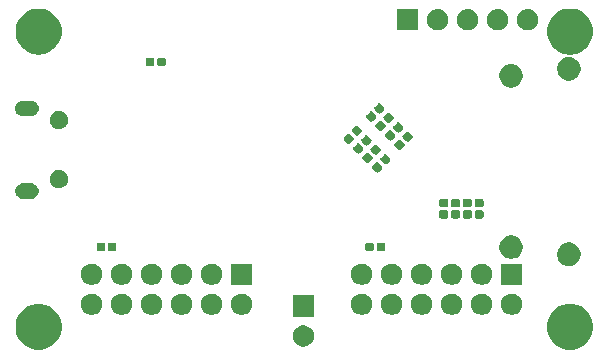
<source format=gbr>
G04 #@! TF.GenerationSoftware,KiCad,Pcbnew,5.1.5+dfsg1-2build2*
G04 #@! TF.CreationDate,2020-11-18T17:14:58+00:00*
G04 #@! TF.ProjectId,picodvi,7069636f-6476-4692-9e6b-696361645f70,rev?*
G04 #@! TF.SameCoordinates,Original*
G04 #@! TF.FileFunction,Soldermask,Bot*
G04 #@! TF.FilePolarity,Negative*
%FSLAX46Y46*%
G04 Gerber Fmt 4.6, Leading zero omitted, Abs format (unit mm)*
G04 Created by KiCad (PCBNEW 5.1.5+dfsg1-2build2) date 2020-11-18 17:14:58*
%MOMM*%
%LPD*%
G04 APERTURE LIST*
%ADD10C,0.100000*%
G04 APERTURE END LIST*
D10*
G36*
X247738989Y-110559335D02*
G01*
X248068796Y-110624937D01*
X248423670Y-110771932D01*
X248743053Y-110985336D01*
X249014664Y-111256947D01*
X249228068Y-111576330D01*
X249375063Y-111931204D01*
X249450000Y-112307943D01*
X249450000Y-112692057D01*
X249375063Y-113068796D01*
X249228068Y-113423670D01*
X249014664Y-113743053D01*
X248743053Y-114014664D01*
X248423670Y-114228068D01*
X248068796Y-114375063D01*
X247738989Y-114440665D01*
X247692058Y-114450000D01*
X247307942Y-114450000D01*
X247261011Y-114440665D01*
X246931204Y-114375063D01*
X246576330Y-114228068D01*
X246256947Y-114014664D01*
X245985336Y-113743053D01*
X245771932Y-113423670D01*
X245624937Y-113068796D01*
X245550000Y-112692057D01*
X245550000Y-112307943D01*
X245624937Y-111931204D01*
X245771932Y-111576330D01*
X245985336Y-111256947D01*
X246256947Y-110985336D01*
X246576330Y-110771932D01*
X246931204Y-110624937D01*
X247261011Y-110559335D01*
X247307942Y-110550000D01*
X247692058Y-110550000D01*
X247738989Y-110559335D01*
G37*
G36*
X202738989Y-110559335D02*
G01*
X203068796Y-110624937D01*
X203423670Y-110771932D01*
X203743053Y-110985336D01*
X204014664Y-111256947D01*
X204228068Y-111576330D01*
X204375063Y-111931204D01*
X204450000Y-112307943D01*
X204450000Y-112692057D01*
X204375063Y-113068796D01*
X204228068Y-113423670D01*
X204014664Y-113743053D01*
X203743053Y-114014664D01*
X203423670Y-114228068D01*
X203068796Y-114375063D01*
X202738989Y-114440665D01*
X202692058Y-114450000D01*
X202307942Y-114450000D01*
X202261011Y-114440665D01*
X201931204Y-114375063D01*
X201576330Y-114228068D01*
X201256947Y-114014664D01*
X200985336Y-113743053D01*
X200771932Y-113423670D01*
X200624937Y-113068796D01*
X200550000Y-112692057D01*
X200550000Y-112307943D01*
X200624937Y-111931204D01*
X200771932Y-111576330D01*
X200985336Y-111256947D01*
X201256947Y-110985336D01*
X201576330Y-110771932D01*
X201931204Y-110624937D01*
X202261011Y-110559335D01*
X202307942Y-110550000D01*
X202692058Y-110550000D01*
X202738989Y-110559335D01*
G37*
G36*
X225179520Y-112418586D02*
G01*
X225179522Y-112418587D01*
X225179523Y-112418587D01*
X225216627Y-112433956D01*
X225343310Y-112486430D01*
X225490717Y-112584924D01*
X225616076Y-112710283D01*
X225714570Y-112857690D01*
X225782414Y-113021480D01*
X225817000Y-113195358D01*
X225817000Y-113372642D01*
X225782414Y-113546520D01*
X225714570Y-113710310D01*
X225616076Y-113857717D01*
X225490717Y-113983076D01*
X225343310Y-114081570D01*
X225216627Y-114134044D01*
X225179523Y-114149413D01*
X225179522Y-114149413D01*
X225179520Y-114149414D01*
X225005642Y-114184000D01*
X224828358Y-114184000D01*
X224654480Y-114149414D01*
X224654478Y-114149413D01*
X224654477Y-114149413D01*
X224617373Y-114134044D01*
X224490690Y-114081570D01*
X224343283Y-113983076D01*
X224217924Y-113857717D01*
X224119430Y-113710310D01*
X224051586Y-113546520D01*
X224017000Y-113372642D01*
X224017000Y-113195358D01*
X224051586Y-113021480D01*
X224119430Y-112857690D01*
X224217924Y-112710283D01*
X224343283Y-112584924D01*
X224490690Y-112486430D01*
X224617373Y-112433956D01*
X224654477Y-112418587D01*
X224654478Y-112418587D01*
X224654480Y-112418586D01*
X224828358Y-112384000D01*
X225005642Y-112384000D01*
X225179520Y-112418586D01*
G37*
G36*
X225817000Y-111644000D02*
G01*
X224017000Y-111644000D01*
X224017000Y-109844000D01*
X225817000Y-109844000D01*
X225817000Y-111644000D01*
G37*
G36*
X237737280Y-109726186D02*
G01*
X237737282Y-109726187D01*
X237737283Y-109726187D01*
X237774387Y-109741556D01*
X237901070Y-109794030D01*
X238048477Y-109892524D01*
X238173836Y-110017883D01*
X238272330Y-110165290D01*
X238340174Y-110329080D01*
X238374760Y-110502958D01*
X238374760Y-110680242D01*
X238340174Y-110854120D01*
X238272330Y-111017910D01*
X238173836Y-111165317D01*
X238048477Y-111290676D01*
X237901070Y-111389170D01*
X237774387Y-111441644D01*
X237737283Y-111457013D01*
X237737282Y-111457013D01*
X237737280Y-111457014D01*
X237563402Y-111491600D01*
X237386118Y-111491600D01*
X237212240Y-111457014D01*
X237212238Y-111457013D01*
X237212237Y-111457013D01*
X237175133Y-111441644D01*
X237048450Y-111389170D01*
X236901043Y-111290676D01*
X236775684Y-111165317D01*
X236677190Y-111017910D01*
X236609346Y-110854120D01*
X236574760Y-110680242D01*
X236574760Y-110502958D01*
X236609346Y-110329080D01*
X236677190Y-110165290D01*
X236775684Y-110017883D01*
X236901043Y-109892524D01*
X237048450Y-109794030D01*
X237175133Y-109741556D01*
X237212237Y-109726187D01*
X237212238Y-109726187D01*
X237212240Y-109726186D01*
X237386118Y-109691600D01*
X237563402Y-109691600D01*
X237737280Y-109726186D01*
G37*
G36*
X230117280Y-109726186D02*
G01*
X230117282Y-109726187D01*
X230117283Y-109726187D01*
X230154387Y-109741556D01*
X230281070Y-109794030D01*
X230428477Y-109892524D01*
X230553836Y-110017883D01*
X230652330Y-110165290D01*
X230720174Y-110329080D01*
X230754760Y-110502958D01*
X230754760Y-110680242D01*
X230720174Y-110854120D01*
X230652330Y-111017910D01*
X230553836Y-111165317D01*
X230428477Y-111290676D01*
X230281070Y-111389170D01*
X230154387Y-111441644D01*
X230117283Y-111457013D01*
X230117282Y-111457013D01*
X230117280Y-111457014D01*
X229943402Y-111491600D01*
X229766118Y-111491600D01*
X229592240Y-111457014D01*
X229592238Y-111457013D01*
X229592237Y-111457013D01*
X229555133Y-111441644D01*
X229428450Y-111389170D01*
X229281043Y-111290676D01*
X229155684Y-111165317D01*
X229057190Y-111017910D01*
X228989346Y-110854120D01*
X228954760Y-110680242D01*
X228954760Y-110502958D01*
X228989346Y-110329080D01*
X229057190Y-110165290D01*
X229155684Y-110017883D01*
X229281043Y-109892524D01*
X229428450Y-109794030D01*
X229555133Y-109741556D01*
X229592237Y-109726187D01*
X229592238Y-109726187D01*
X229592240Y-109726186D01*
X229766118Y-109691600D01*
X229943402Y-109691600D01*
X230117280Y-109726186D01*
G37*
G36*
X232657280Y-109726186D02*
G01*
X232657282Y-109726187D01*
X232657283Y-109726187D01*
X232694387Y-109741556D01*
X232821070Y-109794030D01*
X232968477Y-109892524D01*
X233093836Y-110017883D01*
X233192330Y-110165290D01*
X233260174Y-110329080D01*
X233294760Y-110502958D01*
X233294760Y-110680242D01*
X233260174Y-110854120D01*
X233192330Y-111017910D01*
X233093836Y-111165317D01*
X232968477Y-111290676D01*
X232821070Y-111389170D01*
X232694387Y-111441644D01*
X232657283Y-111457013D01*
X232657282Y-111457013D01*
X232657280Y-111457014D01*
X232483402Y-111491600D01*
X232306118Y-111491600D01*
X232132240Y-111457014D01*
X232132238Y-111457013D01*
X232132237Y-111457013D01*
X232095133Y-111441644D01*
X231968450Y-111389170D01*
X231821043Y-111290676D01*
X231695684Y-111165317D01*
X231597190Y-111017910D01*
X231529346Y-110854120D01*
X231494760Y-110680242D01*
X231494760Y-110502958D01*
X231529346Y-110329080D01*
X231597190Y-110165290D01*
X231695684Y-110017883D01*
X231821043Y-109892524D01*
X231968450Y-109794030D01*
X232095133Y-109741556D01*
X232132237Y-109726187D01*
X232132238Y-109726187D01*
X232132240Y-109726186D01*
X232306118Y-109691600D01*
X232483402Y-109691600D01*
X232657280Y-109726186D01*
G37*
G36*
X235197280Y-109726186D02*
G01*
X235197282Y-109726187D01*
X235197283Y-109726187D01*
X235234387Y-109741556D01*
X235361070Y-109794030D01*
X235508477Y-109892524D01*
X235633836Y-110017883D01*
X235732330Y-110165290D01*
X235800174Y-110329080D01*
X235834760Y-110502958D01*
X235834760Y-110680242D01*
X235800174Y-110854120D01*
X235732330Y-111017910D01*
X235633836Y-111165317D01*
X235508477Y-111290676D01*
X235361070Y-111389170D01*
X235234387Y-111441644D01*
X235197283Y-111457013D01*
X235197282Y-111457013D01*
X235197280Y-111457014D01*
X235023402Y-111491600D01*
X234846118Y-111491600D01*
X234672240Y-111457014D01*
X234672238Y-111457013D01*
X234672237Y-111457013D01*
X234635133Y-111441644D01*
X234508450Y-111389170D01*
X234361043Y-111290676D01*
X234235684Y-111165317D01*
X234137190Y-111017910D01*
X234069346Y-110854120D01*
X234034760Y-110680242D01*
X234034760Y-110502958D01*
X234069346Y-110329080D01*
X234137190Y-110165290D01*
X234235684Y-110017883D01*
X234361043Y-109892524D01*
X234508450Y-109794030D01*
X234635133Y-109741556D01*
X234672237Y-109726187D01*
X234672238Y-109726187D01*
X234672240Y-109726186D01*
X234846118Y-109691600D01*
X235023402Y-109691600D01*
X235197280Y-109726186D01*
G37*
G36*
X240277280Y-109726186D02*
G01*
X240277282Y-109726187D01*
X240277283Y-109726187D01*
X240314387Y-109741556D01*
X240441070Y-109794030D01*
X240588477Y-109892524D01*
X240713836Y-110017883D01*
X240812330Y-110165290D01*
X240880174Y-110329080D01*
X240914760Y-110502958D01*
X240914760Y-110680242D01*
X240880174Y-110854120D01*
X240812330Y-111017910D01*
X240713836Y-111165317D01*
X240588477Y-111290676D01*
X240441070Y-111389170D01*
X240314387Y-111441644D01*
X240277283Y-111457013D01*
X240277282Y-111457013D01*
X240277280Y-111457014D01*
X240103402Y-111491600D01*
X239926118Y-111491600D01*
X239752240Y-111457014D01*
X239752238Y-111457013D01*
X239752237Y-111457013D01*
X239715133Y-111441644D01*
X239588450Y-111389170D01*
X239441043Y-111290676D01*
X239315684Y-111165317D01*
X239217190Y-111017910D01*
X239149346Y-110854120D01*
X239114760Y-110680242D01*
X239114760Y-110502958D01*
X239149346Y-110329080D01*
X239217190Y-110165290D01*
X239315684Y-110017883D01*
X239441043Y-109892524D01*
X239588450Y-109794030D01*
X239715133Y-109741556D01*
X239752237Y-109726187D01*
X239752238Y-109726187D01*
X239752240Y-109726186D01*
X239926118Y-109691600D01*
X240103402Y-109691600D01*
X240277280Y-109726186D01*
G37*
G36*
X242817280Y-109726186D02*
G01*
X242817282Y-109726187D01*
X242817283Y-109726187D01*
X242854387Y-109741556D01*
X242981070Y-109794030D01*
X243128477Y-109892524D01*
X243253836Y-110017883D01*
X243352330Y-110165290D01*
X243420174Y-110329080D01*
X243454760Y-110502958D01*
X243454760Y-110680242D01*
X243420174Y-110854120D01*
X243352330Y-111017910D01*
X243253836Y-111165317D01*
X243128477Y-111290676D01*
X242981070Y-111389170D01*
X242854387Y-111441644D01*
X242817283Y-111457013D01*
X242817282Y-111457013D01*
X242817280Y-111457014D01*
X242643402Y-111491600D01*
X242466118Y-111491600D01*
X242292240Y-111457014D01*
X242292238Y-111457013D01*
X242292237Y-111457013D01*
X242255133Y-111441644D01*
X242128450Y-111389170D01*
X241981043Y-111290676D01*
X241855684Y-111165317D01*
X241757190Y-111017910D01*
X241689346Y-110854120D01*
X241654760Y-110680242D01*
X241654760Y-110502958D01*
X241689346Y-110329080D01*
X241757190Y-110165290D01*
X241855684Y-110017883D01*
X241981043Y-109892524D01*
X242128450Y-109794030D01*
X242255133Y-109741556D01*
X242292237Y-109726187D01*
X242292238Y-109726187D01*
X242292240Y-109726186D01*
X242466118Y-109691600D01*
X242643402Y-109691600D01*
X242817280Y-109726186D01*
G37*
G36*
X219947120Y-109726186D02*
G01*
X219947122Y-109726187D01*
X219947123Y-109726187D01*
X219984227Y-109741556D01*
X220110910Y-109794030D01*
X220258317Y-109892524D01*
X220383676Y-110017883D01*
X220482170Y-110165290D01*
X220550014Y-110329080D01*
X220584600Y-110502958D01*
X220584600Y-110680242D01*
X220550014Y-110854120D01*
X220482170Y-111017910D01*
X220383676Y-111165317D01*
X220258317Y-111290676D01*
X220110910Y-111389170D01*
X219984227Y-111441644D01*
X219947123Y-111457013D01*
X219947122Y-111457013D01*
X219947120Y-111457014D01*
X219773242Y-111491600D01*
X219595958Y-111491600D01*
X219422080Y-111457014D01*
X219422078Y-111457013D01*
X219422077Y-111457013D01*
X219384973Y-111441644D01*
X219258290Y-111389170D01*
X219110883Y-111290676D01*
X218985524Y-111165317D01*
X218887030Y-111017910D01*
X218819186Y-110854120D01*
X218784600Y-110680242D01*
X218784600Y-110502958D01*
X218819186Y-110329080D01*
X218887030Y-110165290D01*
X218985524Y-110017883D01*
X219110883Y-109892524D01*
X219258290Y-109794030D01*
X219384973Y-109741556D01*
X219422077Y-109726187D01*
X219422078Y-109726187D01*
X219422080Y-109726186D01*
X219595958Y-109691600D01*
X219773242Y-109691600D01*
X219947120Y-109726186D01*
G37*
G36*
X217407120Y-109726186D02*
G01*
X217407122Y-109726187D01*
X217407123Y-109726187D01*
X217444227Y-109741556D01*
X217570910Y-109794030D01*
X217718317Y-109892524D01*
X217843676Y-110017883D01*
X217942170Y-110165290D01*
X218010014Y-110329080D01*
X218044600Y-110502958D01*
X218044600Y-110680242D01*
X218010014Y-110854120D01*
X217942170Y-111017910D01*
X217843676Y-111165317D01*
X217718317Y-111290676D01*
X217570910Y-111389170D01*
X217444227Y-111441644D01*
X217407123Y-111457013D01*
X217407122Y-111457013D01*
X217407120Y-111457014D01*
X217233242Y-111491600D01*
X217055958Y-111491600D01*
X216882080Y-111457014D01*
X216882078Y-111457013D01*
X216882077Y-111457013D01*
X216844973Y-111441644D01*
X216718290Y-111389170D01*
X216570883Y-111290676D01*
X216445524Y-111165317D01*
X216347030Y-111017910D01*
X216279186Y-110854120D01*
X216244600Y-110680242D01*
X216244600Y-110502958D01*
X216279186Y-110329080D01*
X216347030Y-110165290D01*
X216445524Y-110017883D01*
X216570883Y-109892524D01*
X216718290Y-109794030D01*
X216844973Y-109741556D01*
X216882077Y-109726187D01*
X216882078Y-109726187D01*
X216882080Y-109726186D01*
X217055958Y-109691600D01*
X217233242Y-109691600D01*
X217407120Y-109726186D01*
G37*
G36*
X214867120Y-109726186D02*
G01*
X214867122Y-109726187D01*
X214867123Y-109726187D01*
X214904227Y-109741556D01*
X215030910Y-109794030D01*
X215178317Y-109892524D01*
X215303676Y-110017883D01*
X215402170Y-110165290D01*
X215470014Y-110329080D01*
X215504600Y-110502958D01*
X215504600Y-110680242D01*
X215470014Y-110854120D01*
X215402170Y-111017910D01*
X215303676Y-111165317D01*
X215178317Y-111290676D01*
X215030910Y-111389170D01*
X214904227Y-111441644D01*
X214867123Y-111457013D01*
X214867122Y-111457013D01*
X214867120Y-111457014D01*
X214693242Y-111491600D01*
X214515958Y-111491600D01*
X214342080Y-111457014D01*
X214342078Y-111457013D01*
X214342077Y-111457013D01*
X214304973Y-111441644D01*
X214178290Y-111389170D01*
X214030883Y-111290676D01*
X213905524Y-111165317D01*
X213807030Y-111017910D01*
X213739186Y-110854120D01*
X213704600Y-110680242D01*
X213704600Y-110502958D01*
X213739186Y-110329080D01*
X213807030Y-110165290D01*
X213905524Y-110017883D01*
X214030883Y-109892524D01*
X214178290Y-109794030D01*
X214304973Y-109741556D01*
X214342077Y-109726187D01*
X214342078Y-109726187D01*
X214342080Y-109726186D01*
X214515958Y-109691600D01*
X214693242Y-109691600D01*
X214867120Y-109726186D01*
G37*
G36*
X212327120Y-109726186D02*
G01*
X212327122Y-109726187D01*
X212327123Y-109726187D01*
X212364227Y-109741556D01*
X212490910Y-109794030D01*
X212638317Y-109892524D01*
X212763676Y-110017883D01*
X212862170Y-110165290D01*
X212930014Y-110329080D01*
X212964600Y-110502958D01*
X212964600Y-110680242D01*
X212930014Y-110854120D01*
X212862170Y-111017910D01*
X212763676Y-111165317D01*
X212638317Y-111290676D01*
X212490910Y-111389170D01*
X212364227Y-111441644D01*
X212327123Y-111457013D01*
X212327122Y-111457013D01*
X212327120Y-111457014D01*
X212153242Y-111491600D01*
X211975958Y-111491600D01*
X211802080Y-111457014D01*
X211802078Y-111457013D01*
X211802077Y-111457013D01*
X211764973Y-111441644D01*
X211638290Y-111389170D01*
X211490883Y-111290676D01*
X211365524Y-111165317D01*
X211267030Y-111017910D01*
X211199186Y-110854120D01*
X211164600Y-110680242D01*
X211164600Y-110502958D01*
X211199186Y-110329080D01*
X211267030Y-110165290D01*
X211365524Y-110017883D01*
X211490883Y-109892524D01*
X211638290Y-109794030D01*
X211764973Y-109741556D01*
X211802077Y-109726187D01*
X211802078Y-109726187D01*
X211802080Y-109726186D01*
X211975958Y-109691600D01*
X212153242Y-109691600D01*
X212327120Y-109726186D01*
G37*
G36*
X209787120Y-109726186D02*
G01*
X209787122Y-109726187D01*
X209787123Y-109726187D01*
X209824227Y-109741556D01*
X209950910Y-109794030D01*
X210098317Y-109892524D01*
X210223676Y-110017883D01*
X210322170Y-110165290D01*
X210390014Y-110329080D01*
X210424600Y-110502958D01*
X210424600Y-110680242D01*
X210390014Y-110854120D01*
X210322170Y-111017910D01*
X210223676Y-111165317D01*
X210098317Y-111290676D01*
X209950910Y-111389170D01*
X209824227Y-111441644D01*
X209787123Y-111457013D01*
X209787122Y-111457013D01*
X209787120Y-111457014D01*
X209613242Y-111491600D01*
X209435958Y-111491600D01*
X209262080Y-111457014D01*
X209262078Y-111457013D01*
X209262077Y-111457013D01*
X209224973Y-111441644D01*
X209098290Y-111389170D01*
X208950883Y-111290676D01*
X208825524Y-111165317D01*
X208727030Y-111017910D01*
X208659186Y-110854120D01*
X208624600Y-110680242D01*
X208624600Y-110502958D01*
X208659186Y-110329080D01*
X208727030Y-110165290D01*
X208825524Y-110017883D01*
X208950883Y-109892524D01*
X209098290Y-109794030D01*
X209224973Y-109741556D01*
X209262077Y-109726187D01*
X209262078Y-109726187D01*
X209262080Y-109726186D01*
X209435958Y-109691600D01*
X209613242Y-109691600D01*
X209787120Y-109726186D01*
G37*
G36*
X207247120Y-109726186D02*
G01*
X207247122Y-109726187D01*
X207247123Y-109726187D01*
X207284227Y-109741556D01*
X207410910Y-109794030D01*
X207558317Y-109892524D01*
X207683676Y-110017883D01*
X207782170Y-110165290D01*
X207850014Y-110329080D01*
X207884600Y-110502958D01*
X207884600Y-110680242D01*
X207850014Y-110854120D01*
X207782170Y-111017910D01*
X207683676Y-111165317D01*
X207558317Y-111290676D01*
X207410910Y-111389170D01*
X207284227Y-111441644D01*
X207247123Y-111457013D01*
X207247122Y-111457013D01*
X207247120Y-111457014D01*
X207073242Y-111491600D01*
X206895958Y-111491600D01*
X206722080Y-111457014D01*
X206722078Y-111457013D01*
X206722077Y-111457013D01*
X206684973Y-111441644D01*
X206558290Y-111389170D01*
X206410883Y-111290676D01*
X206285524Y-111165317D01*
X206187030Y-111017910D01*
X206119186Y-110854120D01*
X206084600Y-110680242D01*
X206084600Y-110502958D01*
X206119186Y-110329080D01*
X206187030Y-110165290D01*
X206285524Y-110017883D01*
X206410883Y-109892524D01*
X206558290Y-109794030D01*
X206684973Y-109741556D01*
X206722077Y-109726187D01*
X206722078Y-109726187D01*
X206722080Y-109726186D01*
X206895958Y-109691600D01*
X207073242Y-109691600D01*
X207247120Y-109726186D01*
G37*
G36*
X240277280Y-107186186D02*
G01*
X240277282Y-107186187D01*
X240277283Y-107186187D01*
X240314387Y-107201556D01*
X240441070Y-107254030D01*
X240588477Y-107352524D01*
X240713836Y-107477883D01*
X240812330Y-107625290D01*
X240880174Y-107789080D01*
X240914760Y-107962958D01*
X240914760Y-108140242D01*
X240880174Y-108314120D01*
X240812330Y-108477910D01*
X240713836Y-108625317D01*
X240588477Y-108750676D01*
X240441070Y-108849170D01*
X240314387Y-108901644D01*
X240277283Y-108917013D01*
X240277282Y-108917013D01*
X240277280Y-108917014D01*
X240103402Y-108951600D01*
X239926118Y-108951600D01*
X239752240Y-108917014D01*
X239752238Y-108917013D01*
X239752237Y-108917013D01*
X239715133Y-108901644D01*
X239588450Y-108849170D01*
X239441043Y-108750676D01*
X239315684Y-108625317D01*
X239217190Y-108477910D01*
X239149346Y-108314120D01*
X239114760Y-108140242D01*
X239114760Y-107962958D01*
X239149346Y-107789080D01*
X239217190Y-107625290D01*
X239315684Y-107477883D01*
X239441043Y-107352524D01*
X239588450Y-107254030D01*
X239715133Y-107201556D01*
X239752237Y-107186187D01*
X239752238Y-107186187D01*
X239752240Y-107186186D01*
X239926118Y-107151600D01*
X240103402Y-107151600D01*
X240277280Y-107186186D01*
G37*
G36*
X207247120Y-107186186D02*
G01*
X207247122Y-107186187D01*
X207247123Y-107186187D01*
X207284227Y-107201556D01*
X207410910Y-107254030D01*
X207558317Y-107352524D01*
X207683676Y-107477883D01*
X207782170Y-107625290D01*
X207850014Y-107789080D01*
X207884600Y-107962958D01*
X207884600Y-108140242D01*
X207850014Y-108314120D01*
X207782170Y-108477910D01*
X207683676Y-108625317D01*
X207558317Y-108750676D01*
X207410910Y-108849170D01*
X207284227Y-108901644D01*
X207247123Y-108917013D01*
X207247122Y-108917013D01*
X207247120Y-108917014D01*
X207073242Y-108951600D01*
X206895958Y-108951600D01*
X206722080Y-108917014D01*
X206722078Y-108917013D01*
X206722077Y-108917013D01*
X206684973Y-108901644D01*
X206558290Y-108849170D01*
X206410883Y-108750676D01*
X206285524Y-108625317D01*
X206187030Y-108477910D01*
X206119186Y-108314120D01*
X206084600Y-108140242D01*
X206084600Y-107962958D01*
X206119186Y-107789080D01*
X206187030Y-107625290D01*
X206285524Y-107477883D01*
X206410883Y-107352524D01*
X206558290Y-107254030D01*
X206684973Y-107201556D01*
X206722077Y-107186187D01*
X206722078Y-107186187D01*
X206722080Y-107186186D01*
X206895958Y-107151600D01*
X207073242Y-107151600D01*
X207247120Y-107186186D01*
G37*
G36*
X209787120Y-107186186D02*
G01*
X209787122Y-107186187D01*
X209787123Y-107186187D01*
X209824227Y-107201556D01*
X209950910Y-107254030D01*
X210098317Y-107352524D01*
X210223676Y-107477883D01*
X210322170Y-107625290D01*
X210390014Y-107789080D01*
X210424600Y-107962958D01*
X210424600Y-108140242D01*
X210390014Y-108314120D01*
X210322170Y-108477910D01*
X210223676Y-108625317D01*
X210098317Y-108750676D01*
X209950910Y-108849170D01*
X209824227Y-108901644D01*
X209787123Y-108917013D01*
X209787122Y-108917013D01*
X209787120Y-108917014D01*
X209613242Y-108951600D01*
X209435958Y-108951600D01*
X209262080Y-108917014D01*
X209262078Y-108917013D01*
X209262077Y-108917013D01*
X209224973Y-108901644D01*
X209098290Y-108849170D01*
X208950883Y-108750676D01*
X208825524Y-108625317D01*
X208727030Y-108477910D01*
X208659186Y-108314120D01*
X208624600Y-108140242D01*
X208624600Y-107962958D01*
X208659186Y-107789080D01*
X208727030Y-107625290D01*
X208825524Y-107477883D01*
X208950883Y-107352524D01*
X209098290Y-107254030D01*
X209224973Y-107201556D01*
X209262077Y-107186187D01*
X209262078Y-107186187D01*
X209262080Y-107186186D01*
X209435958Y-107151600D01*
X209613242Y-107151600D01*
X209787120Y-107186186D01*
G37*
G36*
X212327120Y-107186186D02*
G01*
X212327122Y-107186187D01*
X212327123Y-107186187D01*
X212364227Y-107201556D01*
X212490910Y-107254030D01*
X212638317Y-107352524D01*
X212763676Y-107477883D01*
X212862170Y-107625290D01*
X212930014Y-107789080D01*
X212964600Y-107962958D01*
X212964600Y-108140242D01*
X212930014Y-108314120D01*
X212862170Y-108477910D01*
X212763676Y-108625317D01*
X212638317Y-108750676D01*
X212490910Y-108849170D01*
X212364227Y-108901644D01*
X212327123Y-108917013D01*
X212327122Y-108917013D01*
X212327120Y-108917014D01*
X212153242Y-108951600D01*
X211975958Y-108951600D01*
X211802080Y-108917014D01*
X211802078Y-108917013D01*
X211802077Y-108917013D01*
X211764973Y-108901644D01*
X211638290Y-108849170D01*
X211490883Y-108750676D01*
X211365524Y-108625317D01*
X211267030Y-108477910D01*
X211199186Y-108314120D01*
X211164600Y-108140242D01*
X211164600Y-107962958D01*
X211199186Y-107789080D01*
X211267030Y-107625290D01*
X211365524Y-107477883D01*
X211490883Y-107352524D01*
X211638290Y-107254030D01*
X211764973Y-107201556D01*
X211802077Y-107186187D01*
X211802078Y-107186187D01*
X211802080Y-107186186D01*
X211975958Y-107151600D01*
X212153242Y-107151600D01*
X212327120Y-107186186D01*
G37*
G36*
X214867120Y-107186186D02*
G01*
X214867122Y-107186187D01*
X214867123Y-107186187D01*
X214904227Y-107201556D01*
X215030910Y-107254030D01*
X215178317Y-107352524D01*
X215303676Y-107477883D01*
X215402170Y-107625290D01*
X215470014Y-107789080D01*
X215504600Y-107962958D01*
X215504600Y-108140242D01*
X215470014Y-108314120D01*
X215402170Y-108477910D01*
X215303676Y-108625317D01*
X215178317Y-108750676D01*
X215030910Y-108849170D01*
X214904227Y-108901644D01*
X214867123Y-108917013D01*
X214867122Y-108917013D01*
X214867120Y-108917014D01*
X214693242Y-108951600D01*
X214515958Y-108951600D01*
X214342080Y-108917014D01*
X214342078Y-108917013D01*
X214342077Y-108917013D01*
X214304973Y-108901644D01*
X214178290Y-108849170D01*
X214030883Y-108750676D01*
X213905524Y-108625317D01*
X213807030Y-108477910D01*
X213739186Y-108314120D01*
X213704600Y-108140242D01*
X213704600Y-107962958D01*
X213739186Y-107789080D01*
X213807030Y-107625290D01*
X213905524Y-107477883D01*
X214030883Y-107352524D01*
X214178290Y-107254030D01*
X214304973Y-107201556D01*
X214342077Y-107186187D01*
X214342078Y-107186187D01*
X214342080Y-107186186D01*
X214515958Y-107151600D01*
X214693242Y-107151600D01*
X214867120Y-107186186D01*
G37*
G36*
X217407120Y-107186186D02*
G01*
X217407122Y-107186187D01*
X217407123Y-107186187D01*
X217444227Y-107201556D01*
X217570910Y-107254030D01*
X217718317Y-107352524D01*
X217843676Y-107477883D01*
X217942170Y-107625290D01*
X218010014Y-107789080D01*
X218044600Y-107962958D01*
X218044600Y-108140242D01*
X218010014Y-108314120D01*
X217942170Y-108477910D01*
X217843676Y-108625317D01*
X217718317Y-108750676D01*
X217570910Y-108849170D01*
X217444227Y-108901644D01*
X217407123Y-108917013D01*
X217407122Y-108917013D01*
X217407120Y-108917014D01*
X217233242Y-108951600D01*
X217055958Y-108951600D01*
X216882080Y-108917014D01*
X216882078Y-108917013D01*
X216882077Y-108917013D01*
X216844973Y-108901644D01*
X216718290Y-108849170D01*
X216570883Y-108750676D01*
X216445524Y-108625317D01*
X216347030Y-108477910D01*
X216279186Y-108314120D01*
X216244600Y-108140242D01*
X216244600Y-107962958D01*
X216279186Y-107789080D01*
X216347030Y-107625290D01*
X216445524Y-107477883D01*
X216570883Y-107352524D01*
X216718290Y-107254030D01*
X216844973Y-107201556D01*
X216882077Y-107186187D01*
X216882078Y-107186187D01*
X216882080Y-107186186D01*
X217055958Y-107151600D01*
X217233242Y-107151600D01*
X217407120Y-107186186D01*
G37*
G36*
X220584600Y-108951600D02*
G01*
X218784600Y-108951600D01*
X218784600Y-107151600D01*
X220584600Y-107151600D01*
X220584600Y-108951600D01*
G37*
G36*
X243454760Y-108951600D02*
G01*
X241654760Y-108951600D01*
X241654760Y-107151600D01*
X243454760Y-107151600D01*
X243454760Y-108951600D01*
G37*
G36*
X235197280Y-107186186D02*
G01*
X235197282Y-107186187D01*
X235197283Y-107186187D01*
X235234387Y-107201556D01*
X235361070Y-107254030D01*
X235508477Y-107352524D01*
X235633836Y-107477883D01*
X235732330Y-107625290D01*
X235800174Y-107789080D01*
X235834760Y-107962958D01*
X235834760Y-108140242D01*
X235800174Y-108314120D01*
X235732330Y-108477910D01*
X235633836Y-108625317D01*
X235508477Y-108750676D01*
X235361070Y-108849170D01*
X235234387Y-108901644D01*
X235197283Y-108917013D01*
X235197282Y-108917013D01*
X235197280Y-108917014D01*
X235023402Y-108951600D01*
X234846118Y-108951600D01*
X234672240Y-108917014D01*
X234672238Y-108917013D01*
X234672237Y-108917013D01*
X234635133Y-108901644D01*
X234508450Y-108849170D01*
X234361043Y-108750676D01*
X234235684Y-108625317D01*
X234137190Y-108477910D01*
X234069346Y-108314120D01*
X234034760Y-108140242D01*
X234034760Y-107962958D01*
X234069346Y-107789080D01*
X234137190Y-107625290D01*
X234235684Y-107477883D01*
X234361043Y-107352524D01*
X234508450Y-107254030D01*
X234635133Y-107201556D01*
X234672237Y-107186187D01*
X234672238Y-107186187D01*
X234672240Y-107186186D01*
X234846118Y-107151600D01*
X235023402Y-107151600D01*
X235197280Y-107186186D01*
G37*
G36*
X230117280Y-107186186D02*
G01*
X230117282Y-107186187D01*
X230117283Y-107186187D01*
X230154387Y-107201556D01*
X230281070Y-107254030D01*
X230428477Y-107352524D01*
X230553836Y-107477883D01*
X230652330Y-107625290D01*
X230720174Y-107789080D01*
X230754760Y-107962958D01*
X230754760Y-108140242D01*
X230720174Y-108314120D01*
X230652330Y-108477910D01*
X230553836Y-108625317D01*
X230428477Y-108750676D01*
X230281070Y-108849170D01*
X230154387Y-108901644D01*
X230117283Y-108917013D01*
X230117282Y-108917013D01*
X230117280Y-108917014D01*
X229943402Y-108951600D01*
X229766118Y-108951600D01*
X229592240Y-108917014D01*
X229592238Y-108917013D01*
X229592237Y-108917013D01*
X229555133Y-108901644D01*
X229428450Y-108849170D01*
X229281043Y-108750676D01*
X229155684Y-108625317D01*
X229057190Y-108477910D01*
X228989346Y-108314120D01*
X228954760Y-108140242D01*
X228954760Y-107962958D01*
X228989346Y-107789080D01*
X229057190Y-107625290D01*
X229155684Y-107477883D01*
X229281043Y-107352524D01*
X229428450Y-107254030D01*
X229555133Y-107201556D01*
X229592237Y-107186187D01*
X229592238Y-107186187D01*
X229592240Y-107186186D01*
X229766118Y-107151600D01*
X229943402Y-107151600D01*
X230117280Y-107186186D01*
G37*
G36*
X232657280Y-107186186D02*
G01*
X232657282Y-107186187D01*
X232657283Y-107186187D01*
X232694387Y-107201556D01*
X232821070Y-107254030D01*
X232968477Y-107352524D01*
X233093836Y-107477883D01*
X233192330Y-107625290D01*
X233260174Y-107789080D01*
X233294760Y-107962958D01*
X233294760Y-108140242D01*
X233260174Y-108314120D01*
X233192330Y-108477910D01*
X233093836Y-108625317D01*
X232968477Y-108750676D01*
X232821070Y-108849170D01*
X232694387Y-108901644D01*
X232657283Y-108917013D01*
X232657282Y-108917013D01*
X232657280Y-108917014D01*
X232483402Y-108951600D01*
X232306118Y-108951600D01*
X232132240Y-108917014D01*
X232132238Y-108917013D01*
X232132237Y-108917013D01*
X232095133Y-108901644D01*
X231968450Y-108849170D01*
X231821043Y-108750676D01*
X231695684Y-108625317D01*
X231597190Y-108477910D01*
X231529346Y-108314120D01*
X231494760Y-108140242D01*
X231494760Y-107962958D01*
X231529346Y-107789080D01*
X231597190Y-107625290D01*
X231695684Y-107477883D01*
X231821043Y-107352524D01*
X231968450Y-107254030D01*
X232095133Y-107201556D01*
X232132237Y-107186187D01*
X232132238Y-107186187D01*
X232132240Y-107186186D01*
X232306118Y-107151600D01*
X232483402Y-107151600D01*
X232657280Y-107186186D01*
G37*
G36*
X237737280Y-107186186D02*
G01*
X237737282Y-107186187D01*
X237737283Y-107186187D01*
X237774387Y-107201556D01*
X237901070Y-107254030D01*
X238048477Y-107352524D01*
X238173836Y-107477883D01*
X238272330Y-107625290D01*
X238340174Y-107789080D01*
X238374760Y-107962958D01*
X238374760Y-108140242D01*
X238340174Y-108314120D01*
X238272330Y-108477910D01*
X238173836Y-108625317D01*
X238048477Y-108750676D01*
X237901070Y-108849170D01*
X237774387Y-108901644D01*
X237737283Y-108917013D01*
X237737282Y-108917013D01*
X237737280Y-108917014D01*
X237563402Y-108951600D01*
X237386118Y-108951600D01*
X237212240Y-108917014D01*
X237212238Y-108917013D01*
X237212237Y-108917013D01*
X237175133Y-108901644D01*
X237048450Y-108849170D01*
X236901043Y-108750676D01*
X236775684Y-108625317D01*
X236677190Y-108477910D01*
X236609346Y-108314120D01*
X236574760Y-108140242D01*
X236574760Y-107962958D01*
X236609346Y-107789080D01*
X236677190Y-107625290D01*
X236775684Y-107477883D01*
X236901043Y-107352524D01*
X237048450Y-107254030D01*
X237175133Y-107201556D01*
X237212237Y-107186187D01*
X237212238Y-107186187D01*
X237212240Y-107186186D01*
X237386118Y-107151600D01*
X237563402Y-107151600D01*
X237737280Y-107186186D01*
G37*
G36*
X247691689Y-105388429D02*
G01*
X247691691Y-105388430D01*
X247691692Y-105388430D01*
X247703041Y-105393131D01*
X247873678Y-105463811D01*
X248037463Y-105573249D01*
X248176751Y-105712537D01*
X248286189Y-105876322D01*
X248361571Y-106058311D01*
X248400000Y-106251509D01*
X248400000Y-106448491D01*
X248361571Y-106641689D01*
X248286189Y-106823678D01*
X248176751Y-106987463D01*
X248037463Y-107126751D01*
X247873678Y-107236189D01*
X247732918Y-107294493D01*
X247691692Y-107311570D01*
X247691691Y-107311570D01*
X247691689Y-107311571D01*
X247498491Y-107350000D01*
X247301509Y-107350000D01*
X247108311Y-107311571D01*
X247108309Y-107311570D01*
X247108308Y-107311570D01*
X247067082Y-107294493D01*
X246926322Y-107236189D01*
X246762537Y-107126751D01*
X246623249Y-106987463D01*
X246513811Y-106823678D01*
X246438429Y-106641689D01*
X246400000Y-106448491D01*
X246400000Y-106251509D01*
X246438429Y-106058311D01*
X246513811Y-105876322D01*
X246623249Y-105712537D01*
X246762537Y-105573249D01*
X246926322Y-105463811D01*
X247096959Y-105393131D01*
X247108308Y-105388430D01*
X247108309Y-105388430D01*
X247108311Y-105388429D01*
X247301509Y-105350000D01*
X247498491Y-105350000D01*
X247691689Y-105388429D01*
G37*
G36*
X242791689Y-104788429D02*
G01*
X242791691Y-104788430D01*
X242791692Y-104788430D01*
X242832918Y-104805507D01*
X242973678Y-104863811D01*
X243137463Y-104973249D01*
X243276751Y-105112537D01*
X243386189Y-105276322D01*
X243461571Y-105458311D01*
X243500000Y-105651509D01*
X243500000Y-105848491D01*
X243461571Y-106041689D01*
X243386189Y-106223678D01*
X243276751Y-106387463D01*
X243137463Y-106526751D01*
X242973678Y-106636189D01*
X242832918Y-106694493D01*
X242791692Y-106711570D01*
X242791691Y-106711570D01*
X242791689Y-106711571D01*
X242598491Y-106750000D01*
X242401509Y-106750000D01*
X242208311Y-106711571D01*
X242208309Y-106711570D01*
X242208308Y-106711570D01*
X242167082Y-106694493D01*
X242026322Y-106636189D01*
X241862537Y-106526751D01*
X241723249Y-106387463D01*
X241613811Y-106223678D01*
X241538429Y-106041689D01*
X241500000Y-105848491D01*
X241500000Y-105651509D01*
X241538429Y-105458311D01*
X241613811Y-105276322D01*
X241723249Y-105112537D01*
X241862537Y-104973249D01*
X242026322Y-104863811D01*
X242167082Y-104805507D01*
X242208308Y-104788430D01*
X242208309Y-104788430D01*
X242208311Y-104788429D01*
X242401509Y-104750000D01*
X242598491Y-104750000D01*
X242791689Y-104788429D01*
G37*
G36*
X208961032Y-105383075D02*
G01*
X208988696Y-105391467D01*
X209014202Y-105405099D01*
X209036555Y-105423445D01*
X209054901Y-105445798D01*
X209068533Y-105471304D01*
X209076925Y-105498968D01*
X209080000Y-105530186D01*
X209080000Y-105969814D01*
X209076925Y-106001032D01*
X209068533Y-106028696D01*
X209054901Y-106054202D01*
X209036555Y-106076555D01*
X209014202Y-106094901D01*
X208988696Y-106108533D01*
X208961032Y-106116925D01*
X208929814Y-106120000D01*
X208540186Y-106120000D01*
X208508968Y-106116925D01*
X208481304Y-106108533D01*
X208455798Y-106094901D01*
X208433445Y-106076555D01*
X208415099Y-106054202D01*
X208401467Y-106028696D01*
X208393075Y-106001032D01*
X208390000Y-105969814D01*
X208390000Y-105530186D01*
X208393075Y-105498968D01*
X208401467Y-105471304D01*
X208415099Y-105445798D01*
X208433445Y-105423445D01*
X208455798Y-105405099D01*
X208481304Y-105391467D01*
X208508968Y-105383075D01*
X208540186Y-105380000D01*
X208929814Y-105380000D01*
X208961032Y-105383075D01*
G37*
G36*
X231711032Y-105383075D02*
G01*
X231738696Y-105391467D01*
X231764202Y-105405099D01*
X231786555Y-105423445D01*
X231804901Y-105445798D01*
X231818533Y-105471304D01*
X231826925Y-105498968D01*
X231830000Y-105530186D01*
X231830000Y-105969814D01*
X231826925Y-106001032D01*
X231818533Y-106028696D01*
X231804901Y-106054202D01*
X231786555Y-106076555D01*
X231764202Y-106094901D01*
X231738696Y-106108533D01*
X231711032Y-106116925D01*
X231679814Y-106120000D01*
X231290186Y-106120000D01*
X231258968Y-106116925D01*
X231231304Y-106108533D01*
X231205798Y-106094901D01*
X231183445Y-106076555D01*
X231165099Y-106054202D01*
X231151467Y-106028696D01*
X231143075Y-106001032D01*
X231140000Y-105969814D01*
X231140000Y-105530186D01*
X231143075Y-105498968D01*
X231151467Y-105471304D01*
X231165099Y-105445798D01*
X231183445Y-105423445D01*
X231205798Y-105405099D01*
X231231304Y-105391467D01*
X231258968Y-105383075D01*
X231290186Y-105380000D01*
X231679814Y-105380000D01*
X231711032Y-105383075D01*
G37*
G36*
X230741032Y-105383075D02*
G01*
X230768696Y-105391467D01*
X230794202Y-105405099D01*
X230816555Y-105423445D01*
X230834901Y-105445798D01*
X230848533Y-105471304D01*
X230856925Y-105498968D01*
X230860000Y-105530186D01*
X230860000Y-105969814D01*
X230856925Y-106001032D01*
X230848533Y-106028696D01*
X230834901Y-106054202D01*
X230816555Y-106076555D01*
X230794202Y-106094901D01*
X230768696Y-106108533D01*
X230741032Y-106116925D01*
X230709814Y-106120000D01*
X230320186Y-106120000D01*
X230288968Y-106116925D01*
X230261304Y-106108533D01*
X230235798Y-106094901D01*
X230213445Y-106076555D01*
X230195099Y-106054202D01*
X230181467Y-106028696D01*
X230173075Y-106001032D01*
X230170000Y-105969814D01*
X230170000Y-105530186D01*
X230173075Y-105498968D01*
X230181467Y-105471304D01*
X230195099Y-105445798D01*
X230213445Y-105423445D01*
X230235798Y-105405099D01*
X230261304Y-105391467D01*
X230288968Y-105383075D01*
X230320186Y-105380000D01*
X230709814Y-105380000D01*
X230741032Y-105383075D01*
G37*
G36*
X207991032Y-105383075D02*
G01*
X208018696Y-105391467D01*
X208044202Y-105405099D01*
X208066555Y-105423445D01*
X208084901Y-105445798D01*
X208098533Y-105471304D01*
X208106925Y-105498968D01*
X208110000Y-105530186D01*
X208110000Y-105969814D01*
X208106925Y-106001032D01*
X208098533Y-106028696D01*
X208084901Y-106054202D01*
X208066555Y-106076555D01*
X208044202Y-106094901D01*
X208018696Y-106108533D01*
X207991032Y-106116925D01*
X207959814Y-106120000D01*
X207570186Y-106120000D01*
X207538968Y-106116925D01*
X207511304Y-106108533D01*
X207485798Y-106094901D01*
X207463445Y-106076555D01*
X207445099Y-106054202D01*
X207431467Y-106028696D01*
X207423075Y-106001032D01*
X207420000Y-105969814D01*
X207420000Y-105530186D01*
X207423075Y-105498968D01*
X207431467Y-105471304D01*
X207445099Y-105445798D01*
X207463445Y-105423445D01*
X207485798Y-105405099D01*
X207511304Y-105391467D01*
X207538968Y-105383075D01*
X207570186Y-105380000D01*
X207959814Y-105380000D01*
X207991032Y-105383075D01*
G37*
G36*
X238051032Y-102643075D02*
G01*
X238078696Y-102651467D01*
X238104202Y-102665099D01*
X238126555Y-102683445D01*
X238144901Y-102705798D01*
X238158533Y-102731304D01*
X238166925Y-102758968D01*
X238170000Y-102790186D01*
X238170000Y-103179814D01*
X238166925Y-103211032D01*
X238158533Y-103238696D01*
X238144901Y-103264202D01*
X238126555Y-103286555D01*
X238104202Y-103304901D01*
X238078696Y-103318533D01*
X238051032Y-103326925D01*
X238019814Y-103330000D01*
X237580186Y-103330000D01*
X237548968Y-103326925D01*
X237521304Y-103318533D01*
X237495798Y-103304901D01*
X237473445Y-103286555D01*
X237455099Y-103264202D01*
X237441467Y-103238696D01*
X237433075Y-103211032D01*
X237430000Y-103179814D01*
X237430000Y-102790186D01*
X237433075Y-102758968D01*
X237441467Y-102731304D01*
X237455099Y-102705798D01*
X237473445Y-102683445D01*
X237495798Y-102665099D01*
X237521304Y-102651467D01*
X237548968Y-102643075D01*
X237580186Y-102640000D01*
X238019814Y-102640000D01*
X238051032Y-102643075D01*
G37*
G36*
X237051032Y-102643075D02*
G01*
X237078696Y-102651467D01*
X237104202Y-102665099D01*
X237126555Y-102683445D01*
X237144901Y-102705798D01*
X237158533Y-102731304D01*
X237166925Y-102758968D01*
X237170000Y-102790186D01*
X237170000Y-103179814D01*
X237166925Y-103211032D01*
X237158533Y-103238696D01*
X237144901Y-103264202D01*
X237126555Y-103286555D01*
X237104202Y-103304901D01*
X237078696Y-103318533D01*
X237051032Y-103326925D01*
X237019814Y-103330000D01*
X236580186Y-103330000D01*
X236548968Y-103326925D01*
X236521304Y-103318533D01*
X236495798Y-103304901D01*
X236473445Y-103286555D01*
X236455099Y-103264202D01*
X236441467Y-103238696D01*
X236433075Y-103211032D01*
X236430000Y-103179814D01*
X236430000Y-102790186D01*
X236433075Y-102758968D01*
X236441467Y-102731304D01*
X236455099Y-102705798D01*
X236473445Y-102683445D01*
X236495798Y-102665099D01*
X236521304Y-102651467D01*
X236548968Y-102643075D01*
X236580186Y-102640000D01*
X237019814Y-102640000D01*
X237051032Y-102643075D01*
G37*
G36*
X239051032Y-102643075D02*
G01*
X239078696Y-102651467D01*
X239104202Y-102665099D01*
X239126555Y-102683445D01*
X239144901Y-102705798D01*
X239158533Y-102731304D01*
X239166925Y-102758968D01*
X239170000Y-102790186D01*
X239170000Y-103179814D01*
X239166925Y-103211032D01*
X239158533Y-103238696D01*
X239144901Y-103264202D01*
X239126555Y-103286555D01*
X239104202Y-103304901D01*
X239078696Y-103318533D01*
X239051032Y-103326925D01*
X239019814Y-103330000D01*
X238580186Y-103330000D01*
X238548968Y-103326925D01*
X238521304Y-103318533D01*
X238495798Y-103304901D01*
X238473445Y-103286555D01*
X238455099Y-103264202D01*
X238441467Y-103238696D01*
X238433075Y-103211032D01*
X238430000Y-103179814D01*
X238430000Y-102790186D01*
X238433075Y-102758968D01*
X238441467Y-102731304D01*
X238455099Y-102705798D01*
X238473445Y-102683445D01*
X238495798Y-102665099D01*
X238521304Y-102651467D01*
X238548968Y-102643075D01*
X238580186Y-102640000D01*
X239019814Y-102640000D01*
X239051032Y-102643075D01*
G37*
G36*
X240051032Y-102643075D02*
G01*
X240078696Y-102651467D01*
X240104202Y-102665099D01*
X240126555Y-102683445D01*
X240144901Y-102705798D01*
X240158533Y-102731304D01*
X240166925Y-102758968D01*
X240170000Y-102790186D01*
X240170000Y-103179814D01*
X240166925Y-103211032D01*
X240158533Y-103238696D01*
X240144901Y-103264202D01*
X240126555Y-103286555D01*
X240104202Y-103304901D01*
X240078696Y-103318533D01*
X240051032Y-103326925D01*
X240019814Y-103330000D01*
X239580186Y-103330000D01*
X239548968Y-103326925D01*
X239521304Y-103318533D01*
X239495798Y-103304901D01*
X239473445Y-103286555D01*
X239455099Y-103264202D01*
X239441467Y-103238696D01*
X239433075Y-103211032D01*
X239430000Y-103179814D01*
X239430000Y-102790186D01*
X239433075Y-102758968D01*
X239441467Y-102731304D01*
X239455099Y-102705798D01*
X239473445Y-102683445D01*
X239495798Y-102665099D01*
X239521304Y-102651467D01*
X239548968Y-102643075D01*
X239580186Y-102640000D01*
X240019814Y-102640000D01*
X240051032Y-102643075D01*
G37*
G36*
X238051032Y-101673075D02*
G01*
X238078696Y-101681467D01*
X238104202Y-101695099D01*
X238126555Y-101713445D01*
X238144901Y-101735798D01*
X238158533Y-101761304D01*
X238166925Y-101788968D01*
X238170000Y-101820186D01*
X238170000Y-102209814D01*
X238166925Y-102241032D01*
X238158533Y-102268696D01*
X238144901Y-102294202D01*
X238126555Y-102316555D01*
X238104202Y-102334901D01*
X238078696Y-102348533D01*
X238051032Y-102356925D01*
X238019814Y-102360000D01*
X237580186Y-102360000D01*
X237548968Y-102356925D01*
X237521304Y-102348533D01*
X237495798Y-102334901D01*
X237473445Y-102316555D01*
X237455099Y-102294202D01*
X237441467Y-102268696D01*
X237433075Y-102241032D01*
X237430000Y-102209814D01*
X237430000Y-101820186D01*
X237433075Y-101788968D01*
X237441467Y-101761304D01*
X237455099Y-101735798D01*
X237473445Y-101713445D01*
X237495798Y-101695099D01*
X237521304Y-101681467D01*
X237548968Y-101673075D01*
X237580186Y-101670000D01*
X238019814Y-101670000D01*
X238051032Y-101673075D01*
G37*
G36*
X240051032Y-101673075D02*
G01*
X240078696Y-101681467D01*
X240104202Y-101695099D01*
X240126555Y-101713445D01*
X240144901Y-101735798D01*
X240158533Y-101761304D01*
X240166925Y-101788968D01*
X240170000Y-101820186D01*
X240170000Y-102209814D01*
X240166925Y-102241032D01*
X240158533Y-102268696D01*
X240144901Y-102294202D01*
X240126555Y-102316555D01*
X240104202Y-102334901D01*
X240078696Y-102348533D01*
X240051032Y-102356925D01*
X240019814Y-102360000D01*
X239580186Y-102360000D01*
X239548968Y-102356925D01*
X239521304Y-102348533D01*
X239495798Y-102334901D01*
X239473445Y-102316555D01*
X239455099Y-102294202D01*
X239441467Y-102268696D01*
X239433075Y-102241032D01*
X239430000Y-102209814D01*
X239430000Y-101820186D01*
X239433075Y-101788968D01*
X239441467Y-101761304D01*
X239455099Y-101735798D01*
X239473445Y-101713445D01*
X239495798Y-101695099D01*
X239521304Y-101681467D01*
X239548968Y-101673075D01*
X239580186Y-101670000D01*
X240019814Y-101670000D01*
X240051032Y-101673075D01*
G37*
G36*
X239051032Y-101673075D02*
G01*
X239078696Y-101681467D01*
X239104202Y-101695099D01*
X239126555Y-101713445D01*
X239144901Y-101735798D01*
X239158533Y-101761304D01*
X239166925Y-101788968D01*
X239170000Y-101820186D01*
X239170000Y-102209814D01*
X239166925Y-102241032D01*
X239158533Y-102268696D01*
X239144901Y-102294202D01*
X239126555Y-102316555D01*
X239104202Y-102334901D01*
X239078696Y-102348533D01*
X239051032Y-102356925D01*
X239019814Y-102360000D01*
X238580186Y-102360000D01*
X238548968Y-102356925D01*
X238521304Y-102348533D01*
X238495798Y-102334901D01*
X238473445Y-102316555D01*
X238455099Y-102294202D01*
X238441467Y-102268696D01*
X238433075Y-102241032D01*
X238430000Y-102209814D01*
X238430000Y-101820186D01*
X238433075Y-101788968D01*
X238441467Y-101761304D01*
X238455099Y-101735798D01*
X238473445Y-101713445D01*
X238495798Y-101695099D01*
X238521304Y-101681467D01*
X238548968Y-101673075D01*
X238580186Y-101670000D01*
X239019814Y-101670000D01*
X239051032Y-101673075D01*
G37*
G36*
X237051032Y-101673075D02*
G01*
X237078696Y-101681467D01*
X237104202Y-101695099D01*
X237126555Y-101713445D01*
X237144901Y-101735798D01*
X237158533Y-101761304D01*
X237166925Y-101788968D01*
X237170000Y-101820186D01*
X237170000Y-102209814D01*
X237166925Y-102241032D01*
X237158533Y-102268696D01*
X237144901Y-102294202D01*
X237126555Y-102316555D01*
X237104202Y-102334901D01*
X237078696Y-102348533D01*
X237051032Y-102356925D01*
X237019814Y-102360000D01*
X236580186Y-102360000D01*
X236548968Y-102356925D01*
X236521304Y-102348533D01*
X236495798Y-102334901D01*
X236473445Y-102316555D01*
X236455099Y-102294202D01*
X236441467Y-102268696D01*
X236433075Y-102241032D01*
X236430000Y-102209814D01*
X236430000Y-101820186D01*
X236433075Y-101788968D01*
X236441467Y-101761304D01*
X236455099Y-101735798D01*
X236473445Y-101713445D01*
X236495798Y-101695099D01*
X236521304Y-101681467D01*
X236548968Y-101673075D01*
X236580186Y-101670000D01*
X237019814Y-101670000D01*
X237051032Y-101673075D01*
G37*
G36*
X201989922Y-100359405D02*
G01*
X202112448Y-100396573D01*
X202225368Y-100456930D01*
X202324343Y-100538157D01*
X202405570Y-100637132D01*
X202465927Y-100750052D01*
X202503095Y-100872578D01*
X202515645Y-101000000D01*
X202503095Y-101127422D01*
X202465927Y-101249948D01*
X202405570Y-101362868D01*
X202324343Y-101461843D01*
X202225368Y-101543070D01*
X202112448Y-101603427D01*
X201989922Y-101640595D01*
X201894432Y-101650000D01*
X201130568Y-101650000D01*
X201035078Y-101640595D01*
X200912552Y-101603427D01*
X200799632Y-101543070D01*
X200700657Y-101461843D01*
X200619430Y-101362868D01*
X200559073Y-101249948D01*
X200521905Y-101127422D01*
X200509355Y-101000000D01*
X200521905Y-100872578D01*
X200559073Y-100750052D01*
X200619430Y-100637132D01*
X200700657Y-100538157D01*
X200799632Y-100456930D01*
X200912552Y-100396573D01*
X201035078Y-100359405D01*
X201130568Y-100350000D01*
X201894432Y-100350000D01*
X201989922Y-100359405D01*
G37*
G36*
X204438559Y-99254783D02*
G01*
X204579600Y-99313204D01*
X204706534Y-99398018D01*
X204814482Y-99505966D01*
X204899296Y-99632900D01*
X204957717Y-99773941D01*
X204987500Y-99923669D01*
X204987500Y-100076331D01*
X204957717Y-100226059D01*
X204899296Y-100367100D01*
X204814482Y-100494034D01*
X204706534Y-100601982D01*
X204579600Y-100686796D01*
X204438559Y-100745217D01*
X204288831Y-100775000D01*
X204136169Y-100775000D01*
X203986441Y-100745217D01*
X203845400Y-100686796D01*
X203718466Y-100601982D01*
X203610518Y-100494034D01*
X203525704Y-100367100D01*
X203467283Y-100226059D01*
X203437500Y-100076331D01*
X203437500Y-99923669D01*
X203467283Y-99773941D01*
X203525704Y-99632900D01*
X203610518Y-99505966D01*
X203718466Y-99398018D01*
X203845400Y-99313204D01*
X203986441Y-99254783D01*
X204136169Y-99225000D01*
X204288831Y-99225000D01*
X204438559Y-99254783D01*
G37*
G36*
X231168157Y-98551641D02*
G01*
X231195821Y-98560033D01*
X231221327Y-98573665D01*
X231245574Y-98593565D01*
X231261345Y-98609336D01*
X231261351Y-98609341D01*
X231540659Y-98888649D01*
X231540664Y-98888655D01*
X231556435Y-98904426D01*
X231576335Y-98928673D01*
X231589967Y-98954179D01*
X231598359Y-98981843D01*
X231601194Y-99010625D01*
X231598359Y-99039407D01*
X231589967Y-99067071D01*
X231576335Y-99092577D01*
X231556435Y-99116824D01*
X231540664Y-99132595D01*
X231540659Y-99132601D01*
X231296707Y-99376553D01*
X231296701Y-99376558D01*
X231280930Y-99392329D01*
X231256683Y-99412229D01*
X231231177Y-99425861D01*
X231203513Y-99434253D01*
X231174731Y-99437088D01*
X231145949Y-99434253D01*
X231118285Y-99425861D01*
X231092779Y-99412229D01*
X231068532Y-99392329D01*
X231052761Y-99376558D01*
X231052755Y-99376553D01*
X230773447Y-99097245D01*
X230773442Y-99097239D01*
X230757671Y-99081468D01*
X230737771Y-99057221D01*
X230724139Y-99031715D01*
X230715747Y-99004051D01*
X230712912Y-98975269D01*
X230715747Y-98946487D01*
X230724139Y-98918823D01*
X230737771Y-98893317D01*
X230757671Y-98869070D01*
X230773442Y-98853299D01*
X230773447Y-98853293D01*
X231017399Y-98609341D01*
X231017405Y-98609336D01*
X231033176Y-98593565D01*
X231057423Y-98573665D01*
X231082929Y-98560033D01*
X231110593Y-98551641D01*
X231139375Y-98548806D01*
X231168157Y-98551641D01*
G37*
G36*
X231854051Y-97865747D02*
G01*
X231881715Y-97874139D01*
X231907221Y-97887771D01*
X231931468Y-97907671D01*
X231947239Y-97923442D01*
X231947245Y-97923447D01*
X232226553Y-98202755D01*
X232226558Y-98202761D01*
X232242329Y-98218532D01*
X232262229Y-98242779D01*
X232275861Y-98268285D01*
X232284253Y-98295949D01*
X232287088Y-98324731D01*
X232284253Y-98353513D01*
X232275861Y-98381177D01*
X232262229Y-98406683D01*
X232242329Y-98430930D01*
X232226558Y-98446701D01*
X232226553Y-98446707D01*
X231982601Y-98690659D01*
X231982595Y-98690664D01*
X231966824Y-98706435D01*
X231942577Y-98726335D01*
X231917071Y-98739967D01*
X231889407Y-98748359D01*
X231860625Y-98751194D01*
X231831843Y-98748359D01*
X231804179Y-98739967D01*
X231778673Y-98726335D01*
X231754426Y-98706435D01*
X231738655Y-98690664D01*
X231738649Y-98690659D01*
X231459341Y-98411351D01*
X231459336Y-98411345D01*
X231443565Y-98395574D01*
X231423665Y-98371327D01*
X231410033Y-98345821D01*
X231401641Y-98318157D01*
X231398806Y-98289375D01*
X231401641Y-98260593D01*
X231410033Y-98232929D01*
X231423665Y-98207423D01*
X231443565Y-98183176D01*
X231459336Y-98167405D01*
X231459341Y-98167399D01*
X231703293Y-97923447D01*
X231703299Y-97923442D01*
X231719070Y-97907671D01*
X231743317Y-97887771D01*
X231768823Y-97874139D01*
X231796487Y-97865747D01*
X231825269Y-97862912D01*
X231854051Y-97865747D01*
G37*
G36*
X230368157Y-97751641D02*
G01*
X230395821Y-97760033D01*
X230421327Y-97773665D01*
X230445574Y-97793565D01*
X230461345Y-97809336D01*
X230461351Y-97809341D01*
X230740659Y-98088649D01*
X230740664Y-98088655D01*
X230756435Y-98104426D01*
X230776335Y-98128673D01*
X230789967Y-98154179D01*
X230798359Y-98181843D01*
X230801194Y-98210625D01*
X230798359Y-98239407D01*
X230789967Y-98267071D01*
X230776335Y-98292577D01*
X230756435Y-98316824D01*
X230740664Y-98332595D01*
X230740659Y-98332601D01*
X230496707Y-98576553D01*
X230496701Y-98576558D01*
X230480930Y-98592329D01*
X230456683Y-98612229D01*
X230431177Y-98625861D01*
X230403513Y-98634253D01*
X230374731Y-98637088D01*
X230345949Y-98634253D01*
X230318285Y-98625861D01*
X230292779Y-98612229D01*
X230268532Y-98592329D01*
X230252761Y-98576558D01*
X230252755Y-98576553D01*
X229973447Y-98297245D01*
X229973442Y-98297239D01*
X229957671Y-98281468D01*
X229937771Y-98257221D01*
X229924139Y-98231715D01*
X229915747Y-98204051D01*
X229912912Y-98175269D01*
X229915747Y-98146487D01*
X229924139Y-98118823D01*
X229937771Y-98093317D01*
X229957671Y-98069070D01*
X229973442Y-98053299D01*
X229973447Y-98053293D01*
X230217399Y-97809341D01*
X230217405Y-97809336D01*
X230233176Y-97793565D01*
X230257423Y-97773665D01*
X230282929Y-97760033D01*
X230310593Y-97751641D01*
X230339375Y-97748806D01*
X230368157Y-97751641D01*
G37*
G36*
X231054051Y-97065747D02*
G01*
X231081715Y-97074139D01*
X231107221Y-97087771D01*
X231131468Y-97107671D01*
X231147239Y-97123442D01*
X231147245Y-97123447D01*
X231426553Y-97402755D01*
X231426558Y-97402761D01*
X231442329Y-97418532D01*
X231462229Y-97442779D01*
X231475861Y-97468285D01*
X231484253Y-97495949D01*
X231487088Y-97524731D01*
X231484253Y-97553513D01*
X231475861Y-97581177D01*
X231462229Y-97606683D01*
X231442329Y-97630930D01*
X231426558Y-97646701D01*
X231426553Y-97646707D01*
X231182601Y-97890659D01*
X231182595Y-97890664D01*
X231166824Y-97906435D01*
X231142577Y-97926335D01*
X231117071Y-97939967D01*
X231089407Y-97948359D01*
X231060625Y-97951194D01*
X231031843Y-97948359D01*
X231004179Y-97939967D01*
X230978673Y-97926335D01*
X230954426Y-97906435D01*
X230938655Y-97890664D01*
X230938649Y-97890659D01*
X230659341Y-97611351D01*
X230659336Y-97611345D01*
X230643565Y-97595574D01*
X230623665Y-97571327D01*
X230610033Y-97545821D01*
X230601641Y-97518157D01*
X230598806Y-97489375D01*
X230601641Y-97460593D01*
X230610033Y-97432929D01*
X230623665Y-97407423D01*
X230643565Y-97383176D01*
X230659336Y-97367405D01*
X230659341Y-97367399D01*
X230903293Y-97123447D01*
X230903299Y-97123442D01*
X230919070Y-97107671D01*
X230943317Y-97087771D01*
X230968823Y-97074139D01*
X230996487Y-97065747D01*
X231025269Y-97062912D01*
X231054051Y-97065747D01*
G37*
G36*
X229568157Y-96951641D02*
G01*
X229595821Y-96960033D01*
X229621327Y-96973665D01*
X229645574Y-96993565D01*
X229661345Y-97009336D01*
X229661351Y-97009341D01*
X229940659Y-97288649D01*
X229940664Y-97288655D01*
X229956435Y-97304426D01*
X229976335Y-97328673D01*
X229989967Y-97354179D01*
X229998359Y-97381843D01*
X230001194Y-97410625D01*
X229998359Y-97439407D01*
X229989967Y-97467071D01*
X229976335Y-97492577D01*
X229956435Y-97516824D01*
X229940664Y-97532595D01*
X229940659Y-97532601D01*
X229696707Y-97776553D01*
X229696701Y-97776558D01*
X229680930Y-97792329D01*
X229656683Y-97812229D01*
X229631177Y-97825861D01*
X229603513Y-97834253D01*
X229574731Y-97837088D01*
X229545949Y-97834253D01*
X229518285Y-97825861D01*
X229492779Y-97812229D01*
X229468532Y-97792329D01*
X229452761Y-97776558D01*
X229452755Y-97776553D01*
X229173447Y-97497245D01*
X229173442Y-97497239D01*
X229157671Y-97481468D01*
X229137771Y-97457221D01*
X229124139Y-97431715D01*
X229115747Y-97404051D01*
X229112912Y-97375269D01*
X229115747Y-97346487D01*
X229124139Y-97318823D01*
X229137771Y-97293317D01*
X229157671Y-97269070D01*
X229173442Y-97253299D01*
X229173447Y-97253293D01*
X229417399Y-97009341D01*
X229417405Y-97009336D01*
X229433176Y-96993565D01*
X229457423Y-96973665D01*
X229482929Y-96960033D01*
X229510593Y-96951641D01*
X229539375Y-96948806D01*
X229568157Y-96951641D01*
G37*
G36*
X233068157Y-96651641D02*
G01*
X233095821Y-96660033D01*
X233121327Y-96673665D01*
X233145574Y-96693565D01*
X233161345Y-96709336D01*
X233161351Y-96709341D01*
X233440659Y-96988649D01*
X233440664Y-96988655D01*
X233456435Y-97004426D01*
X233476335Y-97028673D01*
X233489967Y-97054179D01*
X233498359Y-97081843D01*
X233501194Y-97110625D01*
X233498359Y-97139407D01*
X233489967Y-97167071D01*
X233476335Y-97192577D01*
X233456435Y-97216824D01*
X233440664Y-97232595D01*
X233440659Y-97232601D01*
X233196707Y-97476553D01*
X233196701Y-97476558D01*
X233180930Y-97492329D01*
X233156683Y-97512229D01*
X233131177Y-97525861D01*
X233103513Y-97534253D01*
X233074731Y-97537088D01*
X233045949Y-97534253D01*
X233018285Y-97525861D01*
X232992779Y-97512229D01*
X232968532Y-97492329D01*
X232952761Y-97476558D01*
X232952755Y-97476553D01*
X232673447Y-97197245D01*
X232673442Y-97197239D01*
X232657671Y-97181468D01*
X232637771Y-97157221D01*
X232624139Y-97131715D01*
X232615747Y-97104051D01*
X232612912Y-97075269D01*
X232615747Y-97046487D01*
X232624139Y-97018823D01*
X232637771Y-96993317D01*
X232657671Y-96969070D01*
X232673442Y-96953299D01*
X232673447Y-96953293D01*
X232917399Y-96709341D01*
X232917405Y-96709336D01*
X232933176Y-96693565D01*
X232957423Y-96673665D01*
X232982929Y-96660033D01*
X233010593Y-96651641D01*
X233039375Y-96648806D01*
X233068157Y-96651641D01*
G37*
G36*
X230254051Y-96265747D02*
G01*
X230281715Y-96274139D01*
X230307221Y-96287771D01*
X230331468Y-96307671D01*
X230347239Y-96323442D01*
X230347245Y-96323447D01*
X230626553Y-96602755D01*
X230626558Y-96602761D01*
X230642329Y-96618532D01*
X230662229Y-96642779D01*
X230675861Y-96668285D01*
X230684253Y-96695949D01*
X230687088Y-96724731D01*
X230684253Y-96753513D01*
X230675861Y-96781177D01*
X230662229Y-96806683D01*
X230642329Y-96830930D01*
X230626558Y-96846701D01*
X230626553Y-96846707D01*
X230382601Y-97090659D01*
X230382595Y-97090664D01*
X230366824Y-97106435D01*
X230342577Y-97126335D01*
X230317071Y-97139967D01*
X230289407Y-97148359D01*
X230260625Y-97151194D01*
X230231843Y-97148359D01*
X230204179Y-97139967D01*
X230178673Y-97126335D01*
X230154426Y-97106435D01*
X230138655Y-97090664D01*
X230138649Y-97090659D01*
X229859341Y-96811351D01*
X229859336Y-96811345D01*
X229843565Y-96795574D01*
X229823665Y-96771327D01*
X229810033Y-96745821D01*
X229801641Y-96718157D01*
X229798806Y-96689375D01*
X229801641Y-96660593D01*
X229810033Y-96632929D01*
X229823665Y-96607423D01*
X229843565Y-96583176D01*
X229859336Y-96567405D01*
X229859341Y-96567399D01*
X230103293Y-96323447D01*
X230103299Y-96323442D01*
X230119070Y-96307671D01*
X230143317Y-96287771D01*
X230168823Y-96274139D01*
X230196487Y-96265747D01*
X230225269Y-96262912D01*
X230254051Y-96265747D01*
G37*
G36*
X228768157Y-96151641D02*
G01*
X228795821Y-96160033D01*
X228821327Y-96173665D01*
X228845574Y-96193565D01*
X228861345Y-96209336D01*
X228861351Y-96209341D01*
X229140659Y-96488649D01*
X229140664Y-96488655D01*
X229156435Y-96504426D01*
X229176335Y-96528673D01*
X229189967Y-96554179D01*
X229198359Y-96581843D01*
X229201194Y-96610625D01*
X229198359Y-96639407D01*
X229189967Y-96667071D01*
X229176335Y-96692577D01*
X229156435Y-96716824D01*
X229140664Y-96732595D01*
X229140659Y-96732601D01*
X228896707Y-96976553D01*
X228896701Y-96976558D01*
X228880930Y-96992329D01*
X228856683Y-97012229D01*
X228831177Y-97025861D01*
X228803513Y-97034253D01*
X228774731Y-97037088D01*
X228745949Y-97034253D01*
X228718285Y-97025861D01*
X228692779Y-97012229D01*
X228668532Y-96992329D01*
X228652761Y-96976558D01*
X228652755Y-96976553D01*
X228373447Y-96697245D01*
X228373442Y-96697239D01*
X228357671Y-96681468D01*
X228337771Y-96657221D01*
X228324139Y-96631715D01*
X228315747Y-96604051D01*
X228312912Y-96575269D01*
X228315747Y-96546487D01*
X228324139Y-96518823D01*
X228337771Y-96493317D01*
X228357671Y-96469070D01*
X228373442Y-96453299D01*
X228373447Y-96453293D01*
X228617399Y-96209341D01*
X228617405Y-96209336D01*
X228633176Y-96193565D01*
X228657423Y-96173665D01*
X228682929Y-96160033D01*
X228710593Y-96151641D01*
X228739375Y-96148806D01*
X228768157Y-96151641D01*
G37*
G36*
X233754051Y-95965747D02*
G01*
X233781715Y-95974139D01*
X233807221Y-95987771D01*
X233831468Y-96007671D01*
X233847239Y-96023442D01*
X233847245Y-96023447D01*
X234126553Y-96302755D01*
X234126558Y-96302761D01*
X234142329Y-96318532D01*
X234162229Y-96342779D01*
X234175861Y-96368285D01*
X234184253Y-96395949D01*
X234187088Y-96424731D01*
X234184253Y-96453513D01*
X234175861Y-96481177D01*
X234162229Y-96506683D01*
X234142329Y-96530930D01*
X234126558Y-96546701D01*
X234126553Y-96546707D01*
X233882601Y-96790659D01*
X233882595Y-96790664D01*
X233866824Y-96806435D01*
X233842577Y-96826335D01*
X233817071Y-96839967D01*
X233789407Y-96848359D01*
X233760625Y-96851194D01*
X233731843Y-96848359D01*
X233704179Y-96839967D01*
X233678673Y-96826335D01*
X233654426Y-96806435D01*
X233638655Y-96790664D01*
X233638649Y-96790659D01*
X233359341Y-96511351D01*
X233359336Y-96511345D01*
X233343565Y-96495574D01*
X233323665Y-96471327D01*
X233310033Y-96445821D01*
X233301641Y-96418157D01*
X233298806Y-96389375D01*
X233301641Y-96360593D01*
X233310033Y-96332929D01*
X233323665Y-96307423D01*
X233343565Y-96283176D01*
X233359336Y-96267405D01*
X233359341Y-96267399D01*
X233603293Y-96023447D01*
X233603299Y-96023442D01*
X233619070Y-96007671D01*
X233643317Y-95987771D01*
X233668823Y-95974139D01*
X233696487Y-95965747D01*
X233725269Y-95962912D01*
X233754051Y-95965747D01*
G37*
G36*
X232268157Y-95851641D02*
G01*
X232295821Y-95860033D01*
X232321327Y-95873665D01*
X232345574Y-95893565D01*
X232361345Y-95909336D01*
X232361351Y-95909341D01*
X232640659Y-96188649D01*
X232640664Y-96188655D01*
X232656435Y-96204426D01*
X232676335Y-96228673D01*
X232689967Y-96254179D01*
X232698359Y-96281843D01*
X232701194Y-96310625D01*
X232698359Y-96339407D01*
X232689967Y-96367071D01*
X232676335Y-96392577D01*
X232656435Y-96416824D01*
X232640664Y-96432595D01*
X232640659Y-96432601D01*
X232396707Y-96676553D01*
X232396701Y-96676558D01*
X232380930Y-96692329D01*
X232356683Y-96712229D01*
X232331177Y-96725861D01*
X232303513Y-96734253D01*
X232274731Y-96737088D01*
X232245949Y-96734253D01*
X232218285Y-96725861D01*
X232192779Y-96712229D01*
X232168532Y-96692329D01*
X232152761Y-96676558D01*
X232152755Y-96676553D01*
X231873447Y-96397245D01*
X231873442Y-96397239D01*
X231857671Y-96381468D01*
X231837771Y-96357221D01*
X231824139Y-96331715D01*
X231815747Y-96304051D01*
X231812912Y-96275269D01*
X231815747Y-96246487D01*
X231824139Y-96218823D01*
X231837771Y-96193317D01*
X231857671Y-96169070D01*
X231873442Y-96153299D01*
X231873447Y-96153293D01*
X232117399Y-95909341D01*
X232117405Y-95909336D01*
X232133176Y-95893565D01*
X232157423Y-95873665D01*
X232182929Y-95860033D01*
X232210593Y-95851641D01*
X232239375Y-95848806D01*
X232268157Y-95851641D01*
G37*
G36*
X229454051Y-95465747D02*
G01*
X229481715Y-95474139D01*
X229507221Y-95487771D01*
X229531468Y-95507671D01*
X229547239Y-95523442D01*
X229547245Y-95523447D01*
X229826553Y-95802755D01*
X229826558Y-95802761D01*
X229842329Y-95818532D01*
X229862229Y-95842779D01*
X229875861Y-95868285D01*
X229884253Y-95895949D01*
X229887088Y-95924731D01*
X229884253Y-95953513D01*
X229875861Y-95981177D01*
X229862229Y-96006683D01*
X229842329Y-96030930D01*
X229826558Y-96046701D01*
X229826553Y-96046707D01*
X229582601Y-96290659D01*
X229582595Y-96290664D01*
X229566824Y-96306435D01*
X229542577Y-96326335D01*
X229517071Y-96339967D01*
X229489407Y-96348359D01*
X229460625Y-96351194D01*
X229431843Y-96348359D01*
X229404179Y-96339967D01*
X229378673Y-96326335D01*
X229354426Y-96306435D01*
X229338655Y-96290664D01*
X229338649Y-96290659D01*
X229059341Y-96011351D01*
X229059336Y-96011345D01*
X229043565Y-95995574D01*
X229023665Y-95971327D01*
X229010033Y-95945821D01*
X229001641Y-95918157D01*
X228998806Y-95889375D01*
X229001641Y-95860593D01*
X229010033Y-95832929D01*
X229023665Y-95807423D01*
X229043565Y-95783176D01*
X229059336Y-95767405D01*
X229059341Y-95767399D01*
X229303293Y-95523447D01*
X229303299Y-95523442D01*
X229319070Y-95507671D01*
X229343317Y-95487771D01*
X229368823Y-95474139D01*
X229396487Y-95465747D01*
X229425269Y-95462912D01*
X229454051Y-95465747D01*
G37*
G36*
X232954051Y-95165747D02*
G01*
X232981715Y-95174139D01*
X233007221Y-95187771D01*
X233031468Y-95207671D01*
X233047239Y-95223442D01*
X233047245Y-95223447D01*
X233326553Y-95502755D01*
X233326558Y-95502761D01*
X233342329Y-95518532D01*
X233362229Y-95542779D01*
X233375861Y-95568285D01*
X233384253Y-95595949D01*
X233387088Y-95624731D01*
X233384253Y-95653513D01*
X233375861Y-95681177D01*
X233362229Y-95706683D01*
X233342329Y-95730930D01*
X233326558Y-95746701D01*
X233326553Y-95746707D01*
X233082601Y-95990659D01*
X233082595Y-95990664D01*
X233066824Y-96006435D01*
X233042577Y-96026335D01*
X233017071Y-96039967D01*
X232989407Y-96048359D01*
X232960625Y-96051194D01*
X232931843Y-96048359D01*
X232904179Y-96039967D01*
X232878673Y-96026335D01*
X232854426Y-96006435D01*
X232838655Y-95990664D01*
X232838649Y-95990659D01*
X232559341Y-95711351D01*
X232559336Y-95711345D01*
X232543565Y-95695574D01*
X232523665Y-95671327D01*
X232510033Y-95645821D01*
X232501641Y-95618157D01*
X232498806Y-95589375D01*
X232501641Y-95560593D01*
X232510033Y-95532929D01*
X232523665Y-95507423D01*
X232543565Y-95483176D01*
X232559336Y-95467405D01*
X232559341Y-95467399D01*
X232803293Y-95223447D01*
X232803299Y-95223442D01*
X232819070Y-95207671D01*
X232843317Y-95187771D01*
X232868823Y-95174139D01*
X232896487Y-95165747D01*
X232925269Y-95162912D01*
X232954051Y-95165747D01*
G37*
G36*
X231468157Y-95051641D02*
G01*
X231495821Y-95060033D01*
X231521327Y-95073665D01*
X231545574Y-95093565D01*
X231561345Y-95109336D01*
X231561351Y-95109341D01*
X231840659Y-95388649D01*
X231840664Y-95388655D01*
X231856435Y-95404426D01*
X231876335Y-95428673D01*
X231889967Y-95454179D01*
X231898359Y-95481843D01*
X231901194Y-95510625D01*
X231898359Y-95539407D01*
X231889967Y-95567071D01*
X231876335Y-95592577D01*
X231856435Y-95616824D01*
X231840664Y-95632595D01*
X231840659Y-95632601D01*
X231596707Y-95876553D01*
X231596701Y-95876558D01*
X231580930Y-95892329D01*
X231556683Y-95912229D01*
X231531177Y-95925861D01*
X231503513Y-95934253D01*
X231474731Y-95937088D01*
X231445949Y-95934253D01*
X231418285Y-95925861D01*
X231392779Y-95912229D01*
X231368532Y-95892329D01*
X231352761Y-95876558D01*
X231352755Y-95876553D01*
X231073447Y-95597245D01*
X231073442Y-95597239D01*
X231057671Y-95581468D01*
X231037771Y-95557221D01*
X231024139Y-95531715D01*
X231015747Y-95504051D01*
X231012912Y-95475269D01*
X231015747Y-95446487D01*
X231024139Y-95418823D01*
X231037771Y-95393317D01*
X231057671Y-95369070D01*
X231073442Y-95353299D01*
X231073447Y-95353293D01*
X231317399Y-95109341D01*
X231317405Y-95109336D01*
X231333176Y-95093565D01*
X231357423Y-95073665D01*
X231382929Y-95060033D01*
X231410593Y-95051641D01*
X231439375Y-95048806D01*
X231468157Y-95051641D01*
G37*
G36*
X204438559Y-94254783D02*
G01*
X204579600Y-94313204D01*
X204706534Y-94398018D01*
X204814482Y-94505966D01*
X204899296Y-94632900D01*
X204957717Y-94773941D01*
X204987500Y-94923669D01*
X204987500Y-95076331D01*
X204957717Y-95226059D01*
X204899296Y-95367100D01*
X204814482Y-95494034D01*
X204706534Y-95601982D01*
X204579600Y-95686796D01*
X204438559Y-95745217D01*
X204288831Y-95775000D01*
X204136169Y-95775000D01*
X203986441Y-95745217D01*
X203845400Y-95686796D01*
X203718466Y-95601982D01*
X203610518Y-95494034D01*
X203525704Y-95367100D01*
X203467283Y-95226059D01*
X203437500Y-95076331D01*
X203437500Y-94923669D01*
X203467283Y-94773941D01*
X203525704Y-94632900D01*
X203610518Y-94505966D01*
X203718466Y-94398018D01*
X203845400Y-94313204D01*
X203986441Y-94254783D01*
X204136169Y-94225000D01*
X204288831Y-94225000D01*
X204438559Y-94254783D01*
G37*
G36*
X232154051Y-94365747D02*
G01*
X232181715Y-94374139D01*
X232207221Y-94387771D01*
X232231468Y-94407671D01*
X232247239Y-94423442D01*
X232247245Y-94423447D01*
X232526553Y-94702755D01*
X232526558Y-94702761D01*
X232542329Y-94718532D01*
X232562229Y-94742779D01*
X232575861Y-94768285D01*
X232584253Y-94795949D01*
X232587088Y-94824731D01*
X232584253Y-94853513D01*
X232575861Y-94881177D01*
X232562229Y-94906683D01*
X232542329Y-94930930D01*
X232526558Y-94946701D01*
X232526553Y-94946707D01*
X232282601Y-95190659D01*
X232282595Y-95190664D01*
X232266824Y-95206435D01*
X232242577Y-95226335D01*
X232217071Y-95239967D01*
X232189407Y-95248359D01*
X232160625Y-95251194D01*
X232131843Y-95248359D01*
X232104179Y-95239967D01*
X232078673Y-95226335D01*
X232054426Y-95206435D01*
X232038655Y-95190664D01*
X232038649Y-95190659D01*
X231759341Y-94911351D01*
X231759336Y-94911345D01*
X231743565Y-94895574D01*
X231723665Y-94871327D01*
X231710033Y-94845821D01*
X231701641Y-94818157D01*
X231698806Y-94789375D01*
X231701641Y-94760593D01*
X231710033Y-94732929D01*
X231723665Y-94707423D01*
X231743565Y-94683176D01*
X231759336Y-94667405D01*
X231759341Y-94667399D01*
X232003293Y-94423447D01*
X232003299Y-94423442D01*
X232019070Y-94407671D01*
X232043317Y-94387771D01*
X232068823Y-94374139D01*
X232096487Y-94365747D01*
X232125269Y-94362912D01*
X232154051Y-94365747D01*
G37*
G36*
X230668157Y-94251641D02*
G01*
X230695821Y-94260033D01*
X230721327Y-94273665D01*
X230745574Y-94293565D01*
X230761345Y-94309336D01*
X230761351Y-94309341D01*
X231040659Y-94588649D01*
X231040664Y-94588655D01*
X231056435Y-94604426D01*
X231076335Y-94628673D01*
X231089967Y-94654179D01*
X231098359Y-94681843D01*
X231101194Y-94710625D01*
X231098359Y-94739407D01*
X231089967Y-94767071D01*
X231076335Y-94792577D01*
X231056435Y-94816824D01*
X231040664Y-94832595D01*
X231040659Y-94832601D01*
X230796707Y-95076553D01*
X230796701Y-95076558D01*
X230780930Y-95092329D01*
X230756683Y-95112229D01*
X230731177Y-95125861D01*
X230703513Y-95134253D01*
X230674731Y-95137088D01*
X230645949Y-95134253D01*
X230618285Y-95125861D01*
X230592779Y-95112229D01*
X230568532Y-95092329D01*
X230552761Y-95076558D01*
X230552755Y-95076553D01*
X230273447Y-94797245D01*
X230273442Y-94797239D01*
X230257671Y-94781468D01*
X230237771Y-94757221D01*
X230224139Y-94731715D01*
X230215747Y-94704051D01*
X230212912Y-94675269D01*
X230215747Y-94646487D01*
X230224139Y-94618823D01*
X230237771Y-94593317D01*
X230257671Y-94569070D01*
X230273442Y-94553299D01*
X230273447Y-94553293D01*
X230517399Y-94309341D01*
X230517405Y-94309336D01*
X230533176Y-94293565D01*
X230557423Y-94273665D01*
X230582929Y-94260033D01*
X230610593Y-94251641D01*
X230639375Y-94248806D01*
X230668157Y-94251641D01*
G37*
G36*
X201989922Y-93359405D02*
G01*
X202112448Y-93396573D01*
X202225368Y-93456930D01*
X202324343Y-93538157D01*
X202405570Y-93637132D01*
X202465927Y-93750052D01*
X202503095Y-93872578D01*
X202515645Y-94000000D01*
X202503095Y-94127422D01*
X202465927Y-94249948D01*
X202405570Y-94362868D01*
X202324343Y-94461843D01*
X202225368Y-94543070D01*
X202112448Y-94603427D01*
X201989922Y-94640595D01*
X201894432Y-94650000D01*
X201130568Y-94650000D01*
X201035078Y-94640595D01*
X200912552Y-94603427D01*
X200799632Y-94543070D01*
X200700657Y-94461843D01*
X200619430Y-94362868D01*
X200559073Y-94249948D01*
X200521905Y-94127422D01*
X200509355Y-94000000D01*
X200521905Y-93872578D01*
X200559073Y-93750052D01*
X200619430Y-93637132D01*
X200700657Y-93538157D01*
X200799632Y-93456930D01*
X200912552Y-93396573D01*
X201035078Y-93359405D01*
X201130568Y-93350000D01*
X201894432Y-93350000D01*
X201989922Y-93359405D01*
G37*
G36*
X231354051Y-93565747D02*
G01*
X231381715Y-93574139D01*
X231407221Y-93587771D01*
X231431468Y-93607671D01*
X231447239Y-93623442D01*
X231447245Y-93623447D01*
X231726553Y-93902755D01*
X231726558Y-93902761D01*
X231742329Y-93918532D01*
X231762229Y-93942779D01*
X231775861Y-93968285D01*
X231784253Y-93995949D01*
X231787088Y-94024731D01*
X231784253Y-94053513D01*
X231775861Y-94081177D01*
X231762229Y-94106683D01*
X231742329Y-94130930D01*
X231726558Y-94146701D01*
X231726553Y-94146707D01*
X231482601Y-94390659D01*
X231482595Y-94390664D01*
X231466824Y-94406435D01*
X231442577Y-94426335D01*
X231417071Y-94439967D01*
X231389407Y-94448359D01*
X231360625Y-94451194D01*
X231331843Y-94448359D01*
X231304179Y-94439967D01*
X231278673Y-94426335D01*
X231254426Y-94406435D01*
X231238655Y-94390664D01*
X231238649Y-94390659D01*
X230959341Y-94111351D01*
X230959336Y-94111345D01*
X230943565Y-94095574D01*
X230923665Y-94071327D01*
X230910033Y-94045821D01*
X230901641Y-94018157D01*
X230898806Y-93989375D01*
X230901641Y-93960593D01*
X230910033Y-93932929D01*
X230923665Y-93907423D01*
X230943565Y-93883176D01*
X230959336Y-93867405D01*
X230959341Y-93867399D01*
X231203293Y-93623447D01*
X231203299Y-93623442D01*
X231219070Y-93607671D01*
X231243317Y-93587771D01*
X231268823Y-93574139D01*
X231296487Y-93565747D01*
X231325269Y-93562912D01*
X231354051Y-93565747D01*
G37*
G36*
X242791689Y-90288429D02*
G01*
X242791691Y-90288430D01*
X242791692Y-90288430D01*
X242832918Y-90305507D01*
X242973678Y-90363811D01*
X243137463Y-90473249D01*
X243276751Y-90612537D01*
X243386189Y-90776322D01*
X243461571Y-90958311D01*
X243500000Y-91151509D01*
X243500000Y-91348491D01*
X243461571Y-91541689D01*
X243386189Y-91723678D01*
X243276751Y-91887463D01*
X243137463Y-92026751D01*
X242973678Y-92136189D01*
X242832918Y-92194493D01*
X242791692Y-92211570D01*
X242791691Y-92211570D01*
X242791689Y-92211571D01*
X242598491Y-92250000D01*
X242401509Y-92250000D01*
X242208311Y-92211571D01*
X242208309Y-92211570D01*
X242208308Y-92211570D01*
X242167082Y-92194493D01*
X242026322Y-92136189D01*
X241862537Y-92026751D01*
X241723249Y-91887463D01*
X241613811Y-91723678D01*
X241538429Y-91541689D01*
X241500000Y-91348491D01*
X241500000Y-91151509D01*
X241538429Y-90958311D01*
X241613811Y-90776322D01*
X241723249Y-90612537D01*
X241862537Y-90473249D01*
X242026322Y-90363811D01*
X242167082Y-90305507D01*
X242208308Y-90288430D01*
X242208309Y-90288430D01*
X242208311Y-90288429D01*
X242401509Y-90250000D01*
X242598491Y-90250000D01*
X242791689Y-90288429D01*
G37*
G36*
X247691689Y-89688429D02*
G01*
X247691691Y-89688430D01*
X247691692Y-89688430D01*
X247732918Y-89705507D01*
X247873678Y-89763811D01*
X248037463Y-89873249D01*
X248176751Y-90012537D01*
X248286189Y-90176322D01*
X248361571Y-90358311D01*
X248400000Y-90551509D01*
X248400000Y-90748491D01*
X248361571Y-90941689D01*
X248286189Y-91123678D01*
X248176751Y-91287463D01*
X248037463Y-91426751D01*
X247873678Y-91536189D01*
X247732918Y-91594493D01*
X247691692Y-91611570D01*
X247691691Y-91611570D01*
X247691689Y-91611571D01*
X247498491Y-91650000D01*
X247301509Y-91650000D01*
X247108311Y-91611571D01*
X247108309Y-91611570D01*
X247108308Y-91611570D01*
X247067082Y-91594493D01*
X246926322Y-91536189D01*
X246762537Y-91426751D01*
X246623249Y-91287463D01*
X246513811Y-91123678D01*
X246438429Y-90941689D01*
X246400000Y-90748491D01*
X246400000Y-90551509D01*
X246438429Y-90358311D01*
X246513811Y-90176322D01*
X246623249Y-90012537D01*
X246762537Y-89873249D01*
X246926322Y-89763811D01*
X247067082Y-89705507D01*
X247108308Y-89688430D01*
X247108309Y-89688430D01*
X247108311Y-89688429D01*
X247301509Y-89650000D01*
X247498491Y-89650000D01*
X247691689Y-89688429D01*
G37*
G36*
X212161032Y-89723075D02*
G01*
X212188696Y-89731467D01*
X212214202Y-89745099D01*
X212236555Y-89763445D01*
X212254901Y-89785798D01*
X212268533Y-89811304D01*
X212276925Y-89838968D01*
X212280000Y-89870186D01*
X212280000Y-90309814D01*
X212276925Y-90341032D01*
X212268533Y-90368696D01*
X212254901Y-90394202D01*
X212236555Y-90416555D01*
X212214202Y-90434901D01*
X212188696Y-90448533D01*
X212161032Y-90456925D01*
X212129814Y-90460000D01*
X211740186Y-90460000D01*
X211708968Y-90456925D01*
X211681304Y-90448533D01*
X211655798Y-90434901D01*
X211633445Y-90416555D01*
X211615099Y-90394202D01*
X211601467Y-90368696D01*
X211593075Y-90341032D01*
X211590000Y-90309814D01*
X211590000Y-89870186D01*
X211593075Y-89838968D01*
X211601467Y-89811304D01*
X211615099Y-89785798D01*
X211633445Y-89763445D01*
X211655798Y-89745099D01*
X211681304Y-89731467D01*
X211708968Y-89723075D01*
X211740186Y-89720000D01*
X212129814Y-89720000D01*
X212161032Y-89723075D01*
G37*
G36*
X213131032Y-89723075D02*
G01*
X213158696Y-89731467D01*
X213184202Y-89745099D01*
X213206555Y-89763445D01*
X213224901Y-89785798D01*
X213238533Y-89811304D01*
X213246925Y-89838968D01*
X213250000Y-89870186D01*
X213250000Y-90309814D01*
X213246925Y-90341032D01*
X213238533Y-90368696D01*
X213224901Y-90394202D01*
X213206555Y-90416555D01*
X213184202Y-90434901D01*
X213158696Y-90448533D01*
X213131032Y-90456925D01*
X213099814Y-90460000D01*
X212710186Y-90460000D01*
X212678968Y-90456925D01*
X212651304Y-90448533D01*
X212625798Y-90434901D01*
X212603445Y-90416555D01*
X212585099Y-90394202D01*
X212571467Y-90368696D01*
X212563075Y-90341032D01*
X212560000Y-90309814D01*
X212560000Y-89870186D01*
X212563075Y-89838968D01*
X212571467Y-89811304D01*
X212585099Y-89785798D01*
X212603445Y-89763445D01*
X212625798Y-89745099D01*
X212651304Y-89731467D01*
X212678968Y-89723075D01*
X212710186Y-89720000D01*
X213099814Y-89720000D01*
X213131032Y-89723075D01*
G37*
G36*
X247738989Y-85559335D02*
G01*
X248068796Y-85624937D01*
X248423670Y-85771932D01*
X248743053Y-85985336D01*
X249014664Y-86256947D01*
X249228068Y-86576330D01*
X249375063Y-86931204D01*
X249450000Y-87307943D01*
X249450000Y-87692057D01*
X249375063Y-88068796D01*
X249228068Y-88423670D01*
X249014664Y-88743053D01*
X248743053Y-89014664D01*
X248423670Y-89228068D01*
X248068796Y-89375063D01*
X247738989Y-89440665D01*
X247692058Y-89450000D01*
X247307942Y-89450000D01*
X247261011Y-89440665D01*
X246931204Y-89375063D01*
X246576330Y-89228068D01*
X246256947Y-89014664D01*
X245985336Y-88743053D01*
X245771932Y-88423670D01*
X245624937Y-88068796D01*
X245550000Y-87692057D01*
X245550000Y-87307943D01*
X245624937Y-86931204D01*
X245771932Y-86576330D01*
X245985336Y-86256947D01*
X246256947Y-85985336D01*
X246576330Y-85771932D01*
X246931204Y-85624937D01*
X247261011Y-85559335D01*
X247307942Y-85550000D01*
X247692058Y-85550000D01*
X247738989Y-85559335D01*
G37*
G36*
X202738989Y-85559335D02*
G01*
X203068796Y-85624937D01*
X203423670Y-85771932D01*
X203743053Y-85985336D01*
X204014664Y-86256947D01*
X204228068Y-86576330D01*
X204375063Y-86931204D01*
X204450000Y-87307943D01*
X204450000Y-87692057D01*
X204375063Y-88068796D01*
X204228068Y-88423670D01*
X204014664Y-88743053D01*
X203743053Y-89014664D01*
X203423670Y-89228068D01*
X203068796Y-89375063D01*
X202738989Y-89440665D01*
X202692058Y-89450000D01*
X202307942Y-89450000D01*
X202261011Y-89440665D01*
X201931204Y-89375063D01*
X201576330Y-89228068D01*
X201256947Y-89014664D01*
X200985336Y-88743053D01*
X200771932Y-88423670D01*
X200624937Y-88068796D01*
X200550000Y-87692057D01*
X200550000Y-87307943D01*
X200624937Y-86931204D01*
X200771932Y-86576330D01*
X200985336Y-86256947D01*
X201256947Y-85985336D01*
X201576330Y-85771932D01*
X201931204Y-85624937D01*
X202261011Y-85559335D01*
X202307942Y-85550000D01*
X202692058Y-85550000D01*
X202738989Y-85559335D01*
G37*
G36*
X244167520Y-85634586D02*
G01*
X244167522Y-85634587D01*
X244167523Y-85634587D01*
X244204627Y-85649956D01*
X244331310Y-85702430D01*
X244478717Y-85800924D01*
X244604076Y-85926283D01*
X244702570Y-86073690D01*
X244770414Y-86237480D01*
X244805000Y-86411358D01*
X244805000Y-86588642D01*
X244770414Y-86762520D01*
X244702570Y-86926310D01*
X244604076Y-87073717D01*
X244478717Y-87199076D01*
X244331310Y-87297570D01*
X244204627Y-87350044D01*
X244167523Y-87365413D01*
X244167522Y-87365413D01*
X244167520Y-87365414D01*
X243993642Y-87400000D01*
X243816358Y-87400000D01*
X243642480Y-87365414D01*
X243642478Y-87365413D01*
X243642477Y-87365413D01*
X243605373Y-87350044D01*
X243478690Y-87297570D01*
X243331283Y-87199076D01*
X243205924Y-87073717D01*
X243107430Y-86926310D01*
X243039586Y-86762520D01*
X243005000Y-86588642D01*
X243005000Y-86411358D01*
X243039586Y-86237480D01*
X243107430Y-86073690D01*
X243205924Y-85926283D01*
X243331283Y-85800924D01*
X243478690Y-85702430D01*
X243605373Y-85649956D01*
X243642477Y-85634587D01*
X243642478Y-85634587D01*
X243642480Y-85634586D01*
X243816358Y-85600000D01*
X243993642Y-85600000D01*
X244167520Y-85634586D01*
G37*
G36*
X241627520Y-85634586D02*
G01*
X241627522Y-85634587D01*
X241627523Y-85634587D01*
X241664627Y-85649956D01*
X241791310Y-85702430D01*
X241938717Y-85800924D01*
X242064076Y-85926283D01*
X242162570Y-86073690D01*
X242230414Y-86237480D01*
X242265000Y-86411358D01*
X242265000Y-86588642D01*
X242230414Y-86762520D01*
X242162570Y-86926310D01*
X242064076Y-87073717D01*
X241938717Y-87199076D01*
X241791310Y-87297570D01*
X241664627Y-87350044D01*
X241627523Y-87365413D01*
X241627522Y-87365413D01*
X241627520Y-87365414D01*
X241453642Y-87400000D01*
X241276358Y-87400000D01*
X241102480Y-87365414D01*
X241102478Y-87365413D01*
X241102477Y-87365413D01*
X241065373Y-87350044D01*
X240938690Y-87297570D01*
X240791283Y-87199076D01*
X240665924Y-87073717D01*
X240567430Y-86926310D01*
X240499586Y-86762520D01*
X240465000Y-86588642D01*
X240465000Y-86411358D01*
X240499586Y-86237480D01*
X240567430Y-86073690D01*
X240665924Y-85926283D01*
X240791283Y-85800924D01*
X240938690Y-85702430D01*
X241065373Y-85649956D01*
X241102477Y-85634587D01*
X241102478Y-85634587D01*
X241102480Y-85634586D01*
X241276358Y-85600000D01*
X241453642Y-85600000D01*
X241627520Y-85634586D01*
G37*
G36*
X239087520Y-85634586D02*
G01*
X239087522Y-85634587D01*
X239087523Y-85634587D01*
X239124627Y-85649956D01*
X239251310Y-85702430D01*
X239398717Y-85800924D01*
X239524076Y-85926283D01*
X239622570Y-86073690D01*
X239690414Y-86237480D01*
X239725000Y-86411358D01*
X239725000Y-86588642D01*
X239690414Y-86762520D01*
X239622570Y-86926310D01*
X239524076Y-87073717D01*
X239398717Y-87199076D01*
X239251310Y-87297570D01*
X239124627Y-87350044D01*
X239087523Y-87365413D01*
X239087522Y-87365413D01*
X239087520Y-87365414D01*
X238913642Y-87400000D01*
X238736358Y-87400000D01*
X238562480Y-87365414D01*
X238562478Y-87365413D01*
X238562477Y-87365413D01*
X238525373Y-87350044D01*
X238398690Y-87297570D01*
X238251283Y-87199076D01*
X238125924Y-87073717D01*
X238027430Y-86926310D01*
X237959586Y-86762520D01*
X237925000Y-86588642D01*
X237925000Y-86411358D01*
X237959586Y-86237480D01*
X238027430Y-86073690D01*
X238125924Y-85926283D01*
X238251283Y-85800924D01*
X238398690Y-85702430D01*
X238525373Y-85649956D01*
X238562477Y-85634587D01*
X238562478Y-85634587D01*
X238562480Y-85634586D01*
X238736358Y-85600000D01*
X238913642Y-85600000D01*
X239087520Y-85634586D01*
G37*
G36*
X236547520Y-85634586D02*
G01*
X236547522Y-85634587D01*
X236547523Y-85634587D01*
X236584627Y-85649956D01*
X236711310Y-85702430D01*
X236858717Y-85800924D01*
X236984076Y-85926283D01*
X237082570Y-86073690D01*
X237150414Y-86237480D01*
X237185000Y-86411358D01*
X237185000Y-86588642D01*
X237150414Y-86762520D01*
X237082570Y-86926310D01*
X236984076Y-87073717D01*
X236858717Y-87199076D01*
X236711310Y-87297570D01*
X236584627Y-87350044D01*
X236547523Y-87365413D01*
X236547522Y-87365413D01*
X236547520Y-87365414D01*
X236373642Y-87400000D01*
X236196358Y-87400000D01*
X236022480Y-87365414D01*
X236022478Y-87365413D01*
X236022477Y-87365413D01*
X235985373Y-87350044D01*
X235858690Y-87297570D01*
X235711283Y-87199076D01*
X235585924Y-87073717D01*
X235487430Y-86926310D01*
X235419586Y-86762520D01*
X235385000Y-86588642D01*
X235385000Y-86411358D01*
X235419586Y-86237480D01*
X235487430Y-86073690D01*
X235585924Y-85926283D01*
X235711283Y-85800924D01*
X235858690Y-85702430D01*
X235985373Y-85649956D01*
X236022477Y-85634587D01*
X236022478Y-85634587D01*
X236022480Y-85634586D01*
X236196358Y-85600000D01*
X236373642Y-85600000D01*
X236547520Y-85634586D01*
G37*
G36*
X234645000Y-87400000D02*
G01*
X232845000Y-87400000D01*
X232845000Y-85600000D01*
X234645000Y-85600000D01*
X234645000Y-87400000D01*
G37*
M02*

</source>
